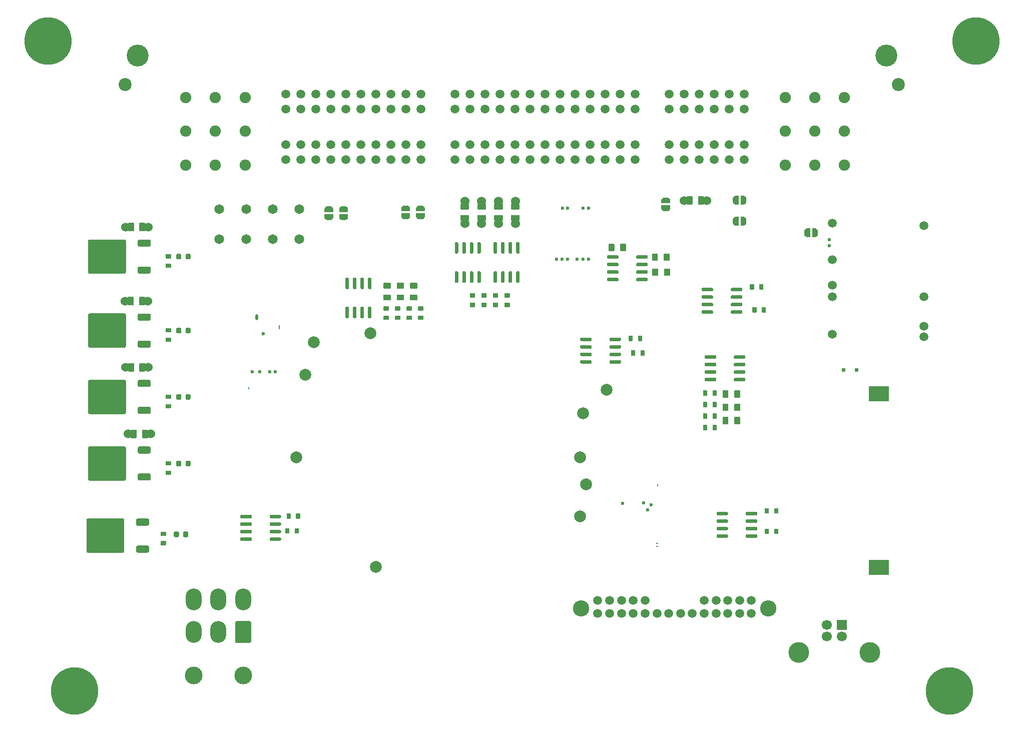
<source format=gts>
G04 #@! TF.GenerationSoftware,KiCad,Pcbnew,8.0.9-8.0.9-0~ubuntu24.04.1*
G04 #@! TF.CreationDate,2025-02-20T18:22:35+00:00*
G04 #@! TF.ProjectId,hellenbms46,68656c6c-656e-4626-9d73-34362e6b6963,rev?*
G04 #@! TF.SameCoordinates,PX4c4b400PY96ae380*
G04 #@! TF.FileFunction,Soldermask,Top*
G04 #@! TF.FilePolarity,Negative*
%FSLAX46Y46*%
G04 Gerber Fmt 4.6, Leading zero omitted, Abs format (unit mm)*
G04 Created by KiCad (PCBNEW 8.0.9-8.0.9-0~ubuntu24.04.1) date 2025-02-20 18:22:35*
%MOMM*%
%LPD*%
G01*
G04 APERTURE LIST*
%ADD10R,3.510000X2.540000*%
%ADD11C,8.000000*%
%ADD12C,1.650000*%
%ADD13C,2.000000*%
%ADD14C,1.524000*%
%ADD15C,2.750000*%
%ADD16C,1.500000*%
%ADD17C,0.600000*%
%ADD18R,1.700000X1.700000*%
%ADD19C,1.700000*%
%ADD20C,3.500000*%
%ADD21C,3.000000*%
%ADD22O,2.700000X3.700000*%
%ADD23O,0.200000X0.700001*%
%ADD24O,0.499999X1.000001*%
%ADD25O,0.250000X0.499999*%
%ADD26C,0.599999*%
%ADD27O,0.499999X0.250000*%
%ADD28C,2.200000*%
%ADD29C,3.700000*%
%ADD30C,1.900000*%
G04 APERTURE END LIST*
D10*
G04 #@! TO.C,BT3001*
X144078800Y54265200D03*
X144078800Y24905200D03*
G04 #@! TD*
G04 #@! TO.C,F4002*
G36*
G01*
X25175500Y64718750D02*
X25175500Y65231250D01*
G75*
G02*
X25394250Y65450000I218750J0D01*
G01*
X25831750Y65450000D01*
G75*
G02*
X26050500Y65231250I0J-218750D01*
G01*
X26050500Y64718750D01*
G75*
G02*
X25831750Y64500000I-218750J0D01*
G01*
X25394250Y64500000D01*
G75*
G02*
X25175500Y64718750I0J218750D01*
G01*
G37*
G36*
G01*
X26750500Y64718750D02*
X26750500Y65231250D01*
G75*
G02*
X26969250Y65450000I218750J0D01*
G01*
X27406750Y65450000D01*
G75*
G02*
X27625500Y65231250I0J-218750D01*
G01*
X27625500Y64718750D01*
G75*
G02*
X27406750Y64500000I-218750J0D01*
G01*
X26969250Y64500000D01*
G75*
G02*
X26750500Y64718750I0J218750D01*
G01*
G37*
G04 #@! TD*
G04 #@! TO.C,U7001*
G36*
G01*
X114050000Y71755000D02*
X114050000Y72055000D01*
G75*
G02*
X114200000Y72205000I150000J0D01*
G01*
X115850000Y72205000D01*
G75*
G02*
X116000000Y72055000I0J-150000D01*
G01*
X116000000Y71755000D01*
G75*
G02*
X115850000Y71605000I-150000J0D01*
G01*
X114200000Y71605000D01*
G75*
G02*
X114050000Y71755000I0J150000D01*
G01*
G37*
G36*
G01*
X114050000Y70485000D02*
X114050000Y70785000D01*
G75*
G02*
X114200000Y70935000I150000J0D01*
G01*
X115850000Y70935000D01*
G75*
G02*
X116000000Y70785000I0J-150000D01*
G01*
X116000000Y70485000D01*
G75*
G02*
X115850000Y70335000I-150000J0D01*
G01*
X114200000Y70335000D01*
G75*
G02*
X114050000Y70485000I0J150000D01*
G01*
G37*
G36*
G01*
X114050000Y69215000D02*
X114050000Y69515000D01*
G75*
G02*
X114200000Y69665000I150000J0D01*
G01*
X115850000Y69665000D01*
G75*
G02*
X116000000Y69515000I0J-150000D01*
G01*
X116000000Y69215000D01*
G75*
G02*
X115850000Y69065000I-150000J0D01*
G01*
X114200000Y69065000D01*
G75*
G02*
X114050000Y69215000I0J150000D01*
G01*
G37*
G36*
G01*
X114050000Y67945000D02*
X114050000Y68245000D01*
G75*
G02*
X114200000Y68395000I150000J0D01*
G01*
X115850000Y68395000D01*
G75*
G02*
X116000000Y68245000I0J-150000D01*
G01*
X116000000Y67945000D01*
G75*
G02*
X115850000Y67795000I-150000J0D01*
G01*
X114200000Y67795000D01*
G75*
G02*
X114050000Y67945000I0J150000D01*
G01*
G37*
G36*
G01*
X119000000Y67945000D02*
X119000000Y68245000D01*
G75*
G02*
X119150000Y68395000I150000J0D01*
G01*
X120800000Y68395000D01*
G75*
G02*
X120950000Y68245000I0J-150000D01*
G01*
X120950000Y67945000D01*
G75*
G02*
X120800000Y67795000I-150000J0D01*
G01*
X119150000Y67795000D01*
G75*
G02*
X119000000Y67945000I0J150000D01*
G01*
G37*
G36*
G01*
X119000000Y69215000D02*
X119000000Y69515000D01*
G75*
G02*
X119150000Y69665000I150000J0D01*
G01*
X120800000Y69665000D01*
G75*
G02*
X120950000Y69515000I0J-150000D01*
G01*
X120950000Y69215000D01*
G75*
G02*
X120800000Y69065000I-150000J0D01*
G01*
X119150000Y69065000D01*
G75*
G02*
X119000000Y69215000I0J150000D01*
G01*
G37*
G36*
G01*
X119000000Y70485000D02*
X119000000Y70785000D01*
G75*
G02*
X119150000Y70935000I150000J0D01*
G01*
X120800000Y70935000D01*
G75*
G02*
X120950000Y70785000I0J-150000D01*
G01*
X120950000Y70485000D01*
G75*
G02*
X120800000Y70335000I-150000J0D01*
G01*
X119150000Y70335000D01*
G75*
G02*
X119000000Y70485000I0J150000D01*
G01*
G37*
G36*
G01*
X119000000Y71755000D02*
X119000000Y72055000D01*
G75*
G02*
X119150000Y72205000I150000J0D01*
G01*
X120800000Y72205000D01*
G75*
G02*
X120950000Y72055000I0J-150000D01*
G01*
X120950000Y71755000D01*
G75*
G02*
X120800000Y71605000I-150000J0D01*
G01*
X119150000Y71605000D01*
G75*
G02*
X119000000Y71755000I0J150000D01*
G01*
G37*
G04 #@! TD*
D11*
G04 #@! TO.C,REF\u002A\u002A*
X3500000Y114000000D03*
G04 #@! TD*
G04 #@! TO.C,JP3001*
G36*
X132748000Y82296000D02*
G01*
X133248000Y82296000D01*
X133248000Y82290911D01*
X133319157Y82290911D01*
X133455708Y82250816D01*
X133575430Y82173875D01*
X133668627Y82066320D01*
X133727746Y81936866D01*
X133748000Y81796000D01*
X133748000Y81296000D01*
X133727746Y81155134D01*
X133668627Y81025680D01*
X133575430Y80918125D01*
X133455708Y80841184D01*
X133319157Y80801089D01*
X133248000Y80801089D01*
X133248000Y80796000D01*
X132748000Y80796000D01*
X132748000Y82296000D01*
G37*
G36*
X131948000Y80801089D02*
G01*
X131876843Y80801089D01*
X131740292Y80841184D01*
X131620570Y80918125D01*
X131527373Y81025680D01*
X131468254Y81155134D01*
X131448000Y81296000D01*
X131448000Y81796000D01*
X131468254Y81936866D01*
X131527373Y82066320D01*
X131620570Y82173875D01*
X131740292Y82250816D01*
X131876843Y82290911D01*
X131948000Y82290911D01*
X131948000Y82296000D01*
X132448000Y82296000D01*
X132448000Y80796000D01*
X131948000Y80796000D01*
X131948000Y80801089D01*
G37*
G04 #@! TD*
G04 #@! TO.C,R7003*
G36*
G01*
X122650000Y68110000D02*
X122650000Y68890000D01*
G75*
G02*
X122720000Y68960000I70000J0D01*
G01*
X123280000Y68960000D01*
G75*
G02*
X123350000Y68890000I0J-70000D01*
G01*
X123350000Y68110000D01*
G75*
G02*
X123280000Y68040000I-70000J0D01*
G01*
X122720000Y68040000D01*
G75*
G02*
X122650000Y68110000I0J70000D01*
G01*
G37*
G36*
G01*
X124250000Y68110000D02*
X124250000Y68890000D01*
G75*
G02*
X124320000Y68960000I70000J0D01*
G01*
X124880000Y68960000D01*
G75*
G02*
X124950000Y68890000I0J-70000D01*
G01*
X124950000Y68110000D01*
G75*
G02*
X124880000Y68040000I-70000J0D01*
G01*
X124320000Y68040000D01*
G75*
G02*
X124250000Y68110000I0J70000D01*
G01*
G37*
G04 #@! TD*
G04 #@! TO.C,U10001*
G36*
G01*
X54245000Y67050000D02*
X53945000Y67050000D01*
G75*
G02*
X53795000Y67200000I0J150000D01*
G01*
X53795000Y68850000D01*
G75*
G02*
X53945000Y69000000I150000J0D01*
G01*
X54245000Y69000000D01*
G75*
G02*
X54395000Y68850000I0J-150000D01*
G01*
X54395000Y67200000D01*
G75*
G02*
X54245000Y67050000I-150000J0D01*
G01*
G37*
G36*
G01*
X55515000Y67050000D02*
X55215000Y67050000D01*
G75*
G02*
X55065000Y67200000I0J150000D01*
G01*
X55065000Y68850000D01*
G75*
G02*
X55215000Y69000000I150000J0D01*
G01*
X55515000Y69000000D01*
G75*
G02*
X55665000Y68850000I0J-150000D01*
G01*
X55665000Y67200000D01*
G75*
G02*
X55515000Y67050000I-150000J0D01*
G01*
G37*
G36*
G01*
X56785000Y67050000D02*
X56485000Y67050000D01*
G75*
G02*
X56335000Y67200000I0J150000D01*
G01*
X56335000Y68850000D01*
G75*
G02*
X56485000Y69000000I150000J0D01*
G01*
X56785000Y69000000D01*
G75*
G02*
X56935000Y68850000I0J-150000D01*
G01*
X56935000Y67200000D01*
G75*
G02*
X56785000Y67050000I-150000J0D01*
G01*
G37*
G36*
G01*
X58055000Y67050000D02*
X57755000Y67050000D01*
G75*
G02*
X57605000Y67200000I0J150000D01*
G01*
X57605000Y68850000D01*
G75*
G02*
X57755000Y69000000I150000J0D01*
G01*
X58055000Y69000000D01*
G75*
G02*
X58205000Y68850000I0J-150000D01*
G01*
X58205000Y67200000D01*
G75*
G02*
X58055000Y67050000I-150000J0D01*
G01*
G37*
G36*
G01*
X58055000Y72000000D02*
X57755000Y72000000D01*
G75*
G02*
X57605000Y72150000I0J150000D01*
G01*
X57605000Y73800000D01*
G75*
G02*
X57755000Y73950000I150000J0D01*
G01*
X58055000Y73950000D01*
G75*
G02*
X58205000Y73800000I0J-150000D01*
G01*
X58205000Y72150000D01*
G75*
G02*
X58055000Y72000000I-150000J0D01*
G01*
G37*
G36*
G01*
X56785000Y72000000D02*
X56485000Y72000000D01*
G75*
G02*
X56335000Y72150000I0J150000D01*
G01*
X56335000Y73800000D01*
G75*
G02*
X56485000Y73950000I150000J0D01*
G01*
X56785000Y73950000D01*
G75*
G02*
X56935000Y73800000I0J-150000D01*
G01*
X56935000Y72150000D01*
G75*
G02*
X56785000Y72000000I-150000J0D01*
G01*
G37*
G36*
G01*
X55515000Y72000000D02*
X55215000Y72000000D01*
G75*
G02*
X55065000Y72150000I0J150000D01*
G01*
X55065000Y73800000D01*
G75*
G02*
X55215000Y73950000I150000J0D01*
G01*
X55515000Y73950000D01*
G75*
G02*
X55665000Y73800000I0J-150000D01*
G01*
X55665000Y72150000D01*
G75*
G02*
X55515000Y72000000I-150000J0D01*
G01*
G37*
G36*
G01*
X54245000Y72000000D02*
X53945000Y72000000D01*
G75*
G02*
X53795000Y72150000I0J150000D01*
G01*
X53795000Y73800000D01*
G75*
G02*
X53945000Y73950000I150000J0D01*
G01*
X54245000Y73950000D01*
G75*
G02*
X54395000Y73800000I0J-150000D01*
G01*
X54395000Y72150000D01*
G75*
G02*
X54245000Y72000000I-150000J0D01*
G01*
G37*
G04 #@! TD*
D12*
G04 #@! TO.C,F2002*
X32500000Y80460000D03*
X32500000Y85540000D03*
G04 #@! TD*
G04 #@! TO.C,R9002*
G36*
G01*
X114300000Y52054359D02*
X114300000Y52834359D01*
G75*
G02*
X114370000Y52904359I70000J0D01*
G01*
X114930000Y52904359D01*
G75*
G02*
X115000000Y52834359I0J-70000D01*
G01*
X115000000Y52054359D01*
G75*
G02*
X114930000Y51984359I-70000J0D01*
G01*
X114370000Y51984359D01*
G75*
G02*
X114300000Y52054359I0J70000D01*
G01*
G37*
G36*
G01*
X115900000Y52054359D02*
X115900000Y52834359D01*
G75*
G02*
X115970000Y52904359I70000J0D01*
G01*
X116530000Y52904359D01*
G75*
G02*
X116600000Y52834359I0J-70000D01*
G01*
X116600000Y52054359D01*
G75*
G02*
X116530000Y51984359I-70000J0D01*
G01*
X115970000Y51984359D01*
G75*
G02*
X115900000Y52054359I0J70000D01*
G01*
G37*
G04 #@! TD*
D13*
G04 #@! TO.C,TP3008*
X48500000Y63000000D03*
G04 #@! TD*
G04 #@! TO.C,F4001*
G36*
G01*
X25175500Y77239750D02*
X25175500Y77752250D01*
G75*
G02*
X25394250Y77971000I218750J0D01*
G01*
X25831750Y77971000D01*
G75*
G02*
X26050500Y77752250I0J-218750D01*
G01*
X26050500Y77239750D01*
G75*
G02*
X25831750Y77021000I-218750J0D01*
G01*
X25394250Y77021000D01*
G75*
G02*
X25175500Y77239750I0J218750D01*
G01*
G37*
G36*
G01*
X26750500Y77239750D02*
X26750500Y77752250D01*
G75*
G02*
X26969250Y77971000I218750J0D01*
G01*
X27406750Y77971000D01*
G75*
G02*
X27625500Y77752250I0J-218750D01*
G01*
X27625500Y77239750D01*
G75*
G02*
X27406750Y77021000I-218750J0D01*
G01*
X26969250Y77021000D01*
G75*
G02*
X26750500Y77239750I0J218750D01*
G01*
G37*
G04 #@! TD*
G04 #@! TO.C,JP2003*
G36*
X120350000Y82750000D02*
G01*
X119850000Y82750000D01*
X119850000Y82755089D01*
X119778843Y82755089D01*
X119642292Y82795184D01*
X119522570Y82872125D01*
X119429373Y82979680D01*
X119370254Y83109134D01*
X119350000Y83250000D01*
X119350000Y83750000D01*
X119370254Y83890866D01*
X119429373Y84020320D01*
X119522570Y84127875D01*
X119642292Y84204816D01*
X119778843Y84244911D01*
X119850000Y84244911D01*
X119850000Y84250000D01*
X120350000Y84250000D01*
X120350000Y82750000D01*
G37*
G36*
X121150000Y84244911D02*
G01*
X121221157Y84244911D01*
X121357708Y84204816D01*
X121477430Y84127875D01*
X121570627Y84020320D01*
X121629746Y83890866D01*
X121650000Y83750000D01*
X121650000Y83250000D01*
X121629746Y83109134D01*
X121570627Y82979680D01*
X121477430Y82872125D01*
X121357708Y82795184D01*
X121221157Y82755089D01*
X121150000Y82755089D01*
X121150000Y82750000D01*
X120650000Y82750000D01*
X120650000Y84250000D01*
X121150000Y84250000D01*
X121150000Y84244911D01*
G37*
G04 #@! TD*
G04 #@! TO.C,U5002*
G36*
G01*
X79325000Y73050000D02*
X79025000Y73050000D01*
G75*
G02*
X78875000Y73200000I0J150000D01*
G01*
X78875000Y74850000D01*
G75*
G02*
X79025000Y75000000I150000J0D01*
G01*
X79325000Y75000000D01*
G75*
G02*
X79475000Y74850000I0J-150000D01*
G01*
X79475000Y73200000D01*
G75*
G02*
X79325000Y73050000I-150000J0D01*
G01*
G37*
G36*
G01*
X80595000Y73050000D02*
X80295000Y73050000D01*
G75*
G02*
X80145000Y73200000I0J150000D01*
G01*
X80145000Y74850000D01*
G75*
G02*
X80295000Y75000000I150000J0D01*
G01*
X80595000Y75000000D01*
G75*
G02*
X80745000Y74850000I0J-150000D01*
G01*
X80745000Y73200000D01*
G75*
G02*
X80595000Y73050000I-150000J0D01*
G01*
G37*
G36*
G01*
X81865000Y73050000D02*
X81565000Y73050000D01*
G75*
G02*
X81415000Y73200000I0J150000D01*
G01*
X81415000Y74850000D01*
G75*
G02*
X81565000Y75000000I150000J0D01*
G01*
X81865000Y75000000D01*
G75*
G02*
X82015000Y74850000I0J-150000D01*
G01*
X82015000Y73200000D01*
G75*
G02*
X81865000Y73050000I-150000J0D01*
G01*
G37*
G36*
G01*
X83135000Y73050000D02*
X82835000Y73050000D01*
G75*
G02*
X82685000Y73200000I0J150000D01*
G01*
X82685000Y74850000D01*
G75*
G02*
X82835000Y75000000I150000J0D01*
G01*
X83135000Y75000000D01*
G75*
G02*
X83285000Y74850000I0J-150000D01*
G01*
X83285000Y73200000D01*
G75*
G02*
X83135000Y73050000I-150000J0D01*
G01*
G37*
G36*
G01*
X83135000Y78000000D02*
X82835000Y78000000D01*
G75*
G02*
X82685000Y78150000I0J150000D01*
G01*
X82685000Y79800000D01*
G75*
G02*
X82835000Y79950000I150000J0D01*
G01*
X83135000Y79950000D01*
G75*
G02*
X83285000Y79800000I0J-150000D01*
G01*
X83285000Y78150000D01*
G75*
G02*
X83135000Y78000000I-150000J0D01*
G01*
G37*
G36*
G01*
X81865000Y78000000D02*
X81565000Y78000000D01*
G75*
G02*
X81415000Y78150000I0J150000D01*
G01*
X81415000Y79800000D01*
G75*
G02*
X81565000Y79950000I150000J0D01*
G01*
X81865000Y79950000D01*
G75*
G02*
X82015000Y79800000I0J-150000D01*
G01*
X82015000Y78150000D01*
G75*
G02*
X81865000Y78000000I-150000J0D01*
G01*
G37*
G36*
G01*
X80595000Y78000000D02*
X80295000Y78000000D01*
G75*
G02*
X80145000Y78150000I0J150000D01*
G01*
X80145000Y79800000D01*
G75*
G02*
X80295000Y79950000I150000J0D01*
G01*
X80595000Y79950000D01*
G75*
G02*
X80745000Y79800000I0J-150000D01*
G01*
X80745000Y78150000D01*
G75*
G02*
X80595000Y78000000I-150000J0D01*
G01*
G37*
G36*
G01*
X79325000Y78000000D02*
X79025000Y78000000D01*
G75*
G02*
X78875000Y78150000I0J150000D01*
G01*
X78875000Y79800000D01*
G75*
G02*
X79025000Y79950000I150000J0D01*
G01*
X79325000Y79950000D01*
G75*
G02*
X79475000Y79800000I0J-150000D01*
G01*
X79475000Y78150000D01*
G75*
G02*
X79325000Y78000000I-150000J0D01*
G01*
G37*
G04 #@! TD*
G04 #@! TO.C,R5001*
G36*
G01*
X77639954Y68973000D02*
X76859954Y68973000D01*
G75*
G02*
X76789954Y69043000I0J70000D01*
G01*
X76789954Y69603000D01*
G75*
G02*
X76859954Y69673000I70000J0D01*
G01*
X77639954Y69673000D01*
G75*
G02*
X77709954Y69603000I0J-70000D01*
G01*
X77709954Y69043000D01*
G75*
G02*
X77639954Y68973000I-70000J0D01*
G01*
G37*
G36*
G01*
X77639954Y70573000D02*
X76859954Y70573000D01*
G75*
G02*
X76789954Y70643000I0J70000D01*
G01*
X76789954Y71203000D01*
G75*
G02*
X76859954Y71273000I70000J0D01*
G01*
X77639954Y71273000D01*
G75*
G02*
X77709954Y71203000I0J-70000D01*
G01*
X77709954Y70643000D01*
G75*
G02*
X77639954Y70573000I-70000J0D01*
G01*
G37*
G04 #@! TD*
G04 #@! TO.C,R9001*
G36*
G01*
X114300000Y54003405D02*
X114300000Y54783405D01*
G75*
G02*
X114370000Y54853405I70000J0D01*
G01*
X114930000Y54853405D01*
G75*
G02*
X115000000Y54783405I0J-70000D01*
G01*
X115000000Y54003405D01*
G75*
G02*
X114930000Y53933405I-70000J0D01*
G01*
X114370000Y53933405D01*
G75*
G02*
X114300000Y54003405I0J70000D01*
G01*
G37*
G36*
G01*
X115900000Y54003405D02*
X115900000Y54783405D01*
G75*
G02*
X115970000Y54853405I70000J0D01*
G01*
X116530000Y54853405D01*
G75*
G02*
X116600000Y54783405I0J-70000D01*
G01*
X116600000Y54003405D01*
G75*
G02*
X116530000Y53933405I-70000J0D01*
G01*
X115970000Y53933405D01*
G75*
G02*
X115900000Y54003405I0J70000D01*
G01*
G37*
G04 #@! TD*
G04 #@! TO.C,R11001*
G36*
G01*
X23390000Y28650000D02*
X22610000Y28650000D01*
G75*
G02*
X22540000Y28720000I0J70000D01*
G01*
X22540000Y29280000D01*
G75*
G02*
X22610000Y29350000I70000J0D01*
G01*
X23390000Y29350000D01*
G75*
G02*
X23460000Y29280000I0J-70000D01*
G01*
X23460000Y28720000D01*
G75*
G02*
X23390000Y28650000I-70000J0D01*
G01*
G37*
G36*
G01*
X23390000Y30250000D02*
X22610000Y30250000D01*
G75*
G02*
X22540000Y30320000I0J70000D01*
G01*
X22540000Y30880000D01*
G75*
G02*
X22610000Y30950000I70000J0D01*
G01*
X23390000Y30950000D01*
G75*
G02*
X23460000Y30880000I0J-70000D01*
G01*
X23460000Y30320000D01*
G75*
G02*
X23390000Y30250000I-70000J0D01*
G01*
G37*
G04 #@! TD*
D14*
G04 #@! TO.C,JP4001*
X16595000Y82500000D03*
G36*
G01*
X17049999Y81875000D02*
X17049999Y83125000D01*
G75*
G02*
X17149999Y83225000I100000J0D01*
G01*
X17949999Y83225000D01*
G75*
G02*
X18049999Y83125000I0J-100000D01*
G01*
X18049999Y81875000D01*
G75*
G02*
X17949999Y81775000I-100000J0D01*
G01*
X17149999Y81775000D01*
G75*
G02*
X17049999Y81875000I0J100000D01*
G01*
G37*
G36*
G01*
X18950021Y81875000D02*
X18950021Y83125000D01*
G75*
G02*
X19050021Y83225000I100000J0D01*
G01*
X19850021Y83225000D01*
G75*
G02*
X19950021Y83125000I0J-100000D01*
G01*
X19950021Y81875000D01*
G75*
G02*
X19850021Y81775000I-100000J0D01*
G01*
X19050021Y81775000D01*
G75*
G02*
X18950021Y81875000I0J100000D01*
G01*
G37*
X20405000Y82500000D03*
G04 #@! TD*
G04 #@! TO.C,U5001*
G36*
G01*
X72745000Y73050000D02*
X72445000Y73050000D01*
G75*
G02*
X72295000Y73200000I0J150000D01*
G01*
X72295000Y74850000D01*
G75*
G02*
X72445000Y75000000I150000J0D01*
G01*
X72745000Y75000000D01*
G75*
G02*
X72895000Y74850000I0J-150000D01*
G01*
X72895000Y73200000D01*
G75*
G02*
X72745000Y73050000I-150000J0D01*
G01*
G37*
G36*
G01*
X74015000Y73050000D02*
X73715000Y73050000D01*
G75*
G02*
X73565000Y73200000I0J150000D01*
G01*
X73565000Y74850000D01*
G75*
G02*
X73715000Y75000000I150000J0D01*
G01*
X74015000Y75000000D01*
G75*
G02*
X74165000Y74850000I0J-150000D01*
G01*
X74165000Y73200000D01*
G75*
G02*
X74015000Y73050000I-150000J0D01*
G01*
G37*
G36*
G01*
X75285000Y73050000D02*
X74985000Y73050000D01*
G75*
G02*
X74835000Y73200000I0J150000D01*
G01*
X74835000Y74850000D01*
G75*
G02*
X74985000Y75000000I150000J0D01*
G01*
X75285000Y75000000D01*
G75*
G02*
X75435000Y74850000I0J-150000D01*
G01*
X75435000Y73200000D01*
G75*
G02*
X75285000Y73050000I-150000J0D01*
G01*
G37*
G36*
G01*
X76555000Y73050000D02*
X76255000Y73050000D01*
G75*
G02*
X76105000Y73200000I0J150000D01*
G01*
X76105000Y74850000D01*
G75*
G02*
X76255000Y75000000I150000J0D01*
G01*
X76555000Y75000000D01*
G75*
G02*
X76705000Y74850000I0J-150000D01*
G01*
X76705000Y73200000D01*
G75*
G02*
X76555000Y73050000I-150000J0D01*
G01*
G37*
G36*
G01*
X76555000Y78000000D02*
X76255000Y78000000D01*
G75*
G02*
X76105000Y78150000I0J150000D01*
G01*
X76105000Y79800000D01*
G75*
G02*
X76255000Y79950000I150000J0D01*
G01*
X76555000Y79950000D01*
G75*
G02*
X76705000Y79800000I0J-150000D01*
G01*
X76705000Y78150000D01*
G75*
G02*
X76555000Y78000000I-150000J0D01*
G01*
G37*
G36*
G01*
X75285000Y78000000D02*
X74985000Y78000000D01*
G75*
G02*
X74835000Y78150000I0J150000D01*
G01*
X74835000Y79800000D01*
G75*
G02*
X74985000Y79950000I150000J0D01*
G01*
X75285000Y79950000D01*
G75*
G02*
X75435000Y79800000I0J-150000D01*
G01*
X75435000Y78150000D01*
G75*
G02*
X75285000Y78000000I-150000J0D01*
G01*
G37*
G36*
G01*
X74015000Y78000000D02*
X73715000Y78000000D01*
G75*
G02*
X73565000Y78150000I0J150000D01*
G01*
X73565000Y79800000D01*
G75*
G02*
X73715000Y79950000I150000J0D01*
G01*
X74015000Y79950000D01*
G75*
G02*
X74165000Y79800000I0J-150000D01*
G01*
X74165000Y78150000D01*
G75*
G02*
X74015000Y78000000I-150000J0D01*
G01*
G37*
G36*
G01*
X72745000Y78000000D02*
X72445000Y78000000D01*
G75*
G02*
X72295000Y78150000I0J150000D01*
G01*
X72295000Y79800000D01*
G75*
G02*
X72445000Y79950000I150000J0D01*
G01*
X72745000Y79950000D01*
G75*
G02*
X72895000Y79800000I0J-150000D01*
G01*
X72895000Y78150000D01*
G75*
G02*
X72745000Y78000000I-150000J0D01*
G01*
G37*
G04 #@! TD*
G04 #@! TO.C,JP4004*
X17045001Y47483000D03*
G36*
G01*
X17500000Y46858000D02*
X17500000Y48108000D01*
G75*
G02*
X17600000Y48208000I100000J0D01*
G01*
X18400000Y48208000D01*
G75*
G02*
X18500000Y48108000I0J-100000D01*
G01*
X18500000Y46858000D01*
G75*
G02*
X18400000Y46758000I-100000J0D01*
G01*
X17600000Y46758000D01*
G75*
G02*
X17500000Y46858000I0J100000D01*
G01*
G37*
G36*
G01*
X19400022Y46858000D02*
X19400022Y48108000D01*
G75*
G02*
X19500022Y48208000I100000J0D01*
G01*
X20300022Y48208000D01*
G75*
G02*
X20400022Y48108000I0J-100000D01*
G01*
X20400022Y46858000D01*
G75*
G02*
X20300022Y46758000I-100000J0D01*
G01*
X19500022Y46758000D01*
G75*
G02*
X19400022Y46858000I0J100000D01*
G01*
G37*
X20855001Y47483000D03*
G04 #@! TD*
G04 #@! TO.C,Q11001*
G36*
G01*
X20600000Y28350000D02*
X20600000Y27650000D01*
G75*
G02*
X20350000Y27400000I-250000J0D01*
G01*
X18650000Y27400000D01*
G75*
G02*
X18400000Y27650000I0J250000D01*
G01*
X18400000Y28350000D01*
G75*
G02*
X18650000Y28600000I250000J0D01*
G01*
X20350000Y28600000D01*
G75*
G02*
X20600000Y28350000I0J-250000D01*
G01*
G37*
G36*
G01*
X16400000Y32930003D02*
X16400000Y27629997D01*
G75*
G02*
X16150003Y27380000I-249997J0D01*
G01*
X10249997Y27380000D01*
G75*
G02*
X10000000Y27629997I0J249997D01*
G01*
X10000000Y32930003D01*
G75*
G02*
X10249997Y33180000I249997J0D01*
G01*
X16150003Y33180000D01*
G75*
G02*
X16400000Y32930003I0J-249997D01*
G01*
G37*
G36*
G01*
X20600000Y32910000D02*
X20600000Y32210000D01*
G75*
G02*
X20350000Y31960000I-250000J0D01*
G01*
X18650000Y31960000D01*
G75*
G02*
X18400000Y32210000I0J250000D01*
G01*
X18400000Y32910000D01*
G75*
G02*
X18650000Y33160000I250000J0D01*
G01*
X20350000Y33160000D01*
G75*
G02*
X20600000Y32910000I0J-250000D01*
G01*
G37*
G04 #@! TD*
G04 #@! TO.C,U8001*
G36*
G01*
X116575000Y33850000D02*
X116575000Y34150000D01*
G75*
G02*
X116725000Y34300000I150000J0D01*
G01*
X118375000Y34300000D01*
G75*
G02*
X118525000Y34150000I0J-150000D01*
G01*
X118525000Y33850000D01*
G75*
G02*
X118375000Y33700000I-150000J0D01*
G01*
X116725000Y33700000D01*
G75*
G02*
X116575000Y33850000I0J150000D01*
G01*
G37*
G36*
G01*
X116575000Y32580000D02*
X116575000Y32880000D01*
G75*
G02*
X116725000Y33030000I150000J0D01*
G01*
X118375000Y33030000D01*
G75*
G02*
X118525000Y32880000I0J-150000D01*
G01*
X118525000Y32580000D01*
G75*
G02*
X118375000Y32430000I-150000J0D01*
G01*
X116725000Y32430000D01*
G75*
G02*
X116575000Y32580000I0J150000D01*
G01*
G37*
G36*
G01*
X116575000Y31310000D02*
X116575000Y31610000D01*
G75*
G02*
X116725000Y31760000I150000J0D01*
G01*
X118375000Y31760000D01*
G75*
G02*
X118525000Y31610000I0J-150000D01*
G01*
X118525000Y31310000D01*
G75*
G02*
X118375000Y31160000I-150000J0D01*
G01*
X116725000Y31160000D01*
G75*
G02*
X116575000Y31310000I0J150000D01*
G01*
G37*
G36*
G01*
X116575000Y30040000D02*
X116575000Y30340000D01*
G75*
G02*
X116725000Y30490000I150000J0D01*
G01*
X118375000Y30490000D01*
G75*
G02*
X118525000Y30340000I0J-150000D01*
G01*
X118525000Y30040000D01*
G75*
G02*
X118375000Y29890000I-150000J0D01*
G01*
X116725000Y29890000D01*
G75*
G02*
X116575000Y30040000I0J150000D01*
G01*
G37*
G36*
G01*
X121525000Y30040000D02*
X121525000Y30340000D01*
G75*
G02*
X121675000Y30490000I150000J0D01*
G01*
X123325000Y30490000D01*
G75*
G02*
X123475000Y30340000I0J-150000D01*
G01*
X123475000Y30040000D01*
G75*
G02*
X123325000Y29890000I-150000J0D01*
G01*
X121675000Y29890000D01*
G75*
G02*
X121525000Y30040000I0J150000D01*
G01*
G37*
G36*
G01*
X121525000Y31310000D02*
X121525000Y31610000D01*
G75*
G02*
X121675000Y31760000I150000J0D01*
G01*
X123325000Y31760000D01*
G75*
G02*
X123475000Y31610000I0J-150000D01*
G01*
X123475000Y31310000D01*
G75*
G02*
X123325000Y31160000I-150000J0D01*
G01*
X121675000Y31160000D01*
G75*
G02*
X121525000Y31310000I0J150000D01*
G01*
G37*
G36*
G01*
X121525000Y32580000D02*
X121525000Y32880000D01*
G75*
G02*
X121675000Y33030000I150000J0D01*
G01*
X123325000Y33030000D01*
G75*
G02*
X123475000Y32880000I0J-150000D01*
G01*
X123475000Y32580000D01*
G75*
G02*
X123325000Y32430000I-150000J0D01*
G01*
X121675000Y32430000D01*
G75*
G02*
X121525000Y32580000I0J150000D01*
G01*
G37*
G36*
G01*
X121525000Y33850000D02*
X121525000Y34150000D01*
G75*
G02*
X121675000Y34300000I150000J0D01*
G01*
X123325000Y34300000D01*
G75*
G02*
X123475000Y34150000I0J-150000D01*
G01*
X123475000Y33850000D01*
G75*
G02*
X123325000Y33700000I-150000J0D01*
G01*
X121675000Y33700000D01*
G75*
G02*
X121525000Y33850000I0J150000D01*
G01*
G37*
G04 #@! TD*
G04 #@! TO.C,C10003*
G36*
G01*
X65875000Y70075000D02*
X64825000Y70075000D01*
G75*
G02*
X64725000Y70175000I0J100000D01*
G01*
X64725000Y70975000D01*
G75*
G02*
X64825000Y71075000I100000J0D01*
G01*
X65875000Y71075000D01*
G75*
G02*
X65975000Y70975000I0J-100000D01*
G01*
X65975000Y70175000D01*
G75*
G02*
X65875000Y70075000I-100000J0D01*
G01*
G37*
G36*
G01*
X65875000Y72075000D02*
X64825000Y72075000D01*
G75*
G02*
X64725000Y72175000I0J100000D01*
G01*
X64725000Y72975000D01*
G75*
G02*
X64825000Y73075000I100000J0D01*
G01*
X65875000Y73075000D01*
G75*
G02*
X65975000Y72975000I0J-100000D01*
G01*
X65975000Y72175000D01*
G75*
G02*
X65875000Y72075000I-100000J0D01*
G01*
G37*
G04 #@! TD*
D11*
G04 #@! TO.C,REF\u002A\u002A*
X8000000Y4000000D03*
G04 #@! TD*
D13*
G04 #@! TO.C,TP3001*
X59000000Y25000000D03*
G04 #@! TD*
G04 #@! TO.C,F11001*
G36*
G01*
X24775000Y30243750D02*
X24775000Y30756250D01*
G75*
G02*
X24993750Y30975000I218750J0D01*
G01*
X25431250Y30975000D01*
G75*
G02*
X25650000Y30756250I0J-218750D01*
G01*
X25650000Y30243750D01*
G75*
G02*
X25431250Y30025000I-218750J0D01*
G01*
X24993750Y30025000D01*
G75*
G02*
X24775000Y30243750I0J218750D01*
G01*
G37*
G36*
G01*
X26350000Y30243750D02*
X26350000Y30756250D01*
G75*
G02*
X26568750Y30975000I218750J0D01*
G01*
X27006250Y30975000D01*
G75*
G02*
X27225000Y30756250I0J-218750D01*
G01*
X27225000Y30243750D01*
G75*
G02*
X27006250Y30025000I-218750J0D01*
G01*
X26568750Y30025000D01*
G75*
G02*
X26350000Y30243750I0J218750D01*
G01*
G37*
G04 #@! TD*
G04 #@! TO.C,C6002*
G36*
G01*
X98304200Y78497400D02*
X98304200Y79547400D01*
G75*
G02*
X98404200Y79647400I100000J0D01*
G01*
X99204200Y79647400D01*
G75*
G02*
X99304200Y79547400I0J-100000D01*
G01*
X99304200Y78497400D01*
G75*
G02*
X99204200Y78397400I-100000J0D01*
G01*
X98404200Y78397400D01*
G75*
G02*
X98304200Y78497400I0J100000D01*
G01*
G37*
G36*
G01*
X100304200Y78497400D02*
X100304200Y79547400D01*
G75*
G02*
X100404200Y79647400I100000J0D01*
G01*
X101204200Y79647400D01*
G75*
G02*
X101304200Y79547400I0J-100000D01*
G01*
X101304200Y78497400D01*
G75*
G02*
X101204200Y78397400I-100000J0D01*
G01*
X100404200Y78397400D01*
G75*
G02*
X100304200Y78497400I0J100000D01*
G01*
G37*
G04 #@! TD*
G04 #@! TO.C,R4004*
G36*
G01*
X24225000Y40567000D02*
X23445000Y40567000D01*
G75*
G02*
X23375000Y40637000I0J70000D01*
G01*
X23375000Y41197000D01*
G75*
G02*
X23445000Y41267000I70000J0D01*
G01*
X24225000Y41267000D01*
G75*
G02*
X24295000Y41197000I0J-70000D01*
G01*
X24295000Y40637000D01*
G75*
G02*
X24225000Y40567000I-70000J0D01*
G01*
G37*
G36*
G01*
X24225000Y42167000D02*
X23445000Y42167000D01*
G75*
G02*
X23375000Y42237000I0J70000D01*
G01*
X23375000Y42797000D01*
G75*
G02*
X23445000Y42867000I70000J0D01*
G01*
X24225000Y42867000D01*
G75*
G02*
X24295000Y42797000I0J-70000D01*
G01*
X24295000Y42237000D01*
G75*
G02*
X24225000Y42167000I-70000J0D01*
G01*
G37*
G04 #@! TD*
D14*
G04 #@! TO.C,JP2002*
X114905000Y87000000D03*
G36*
G01*
X114450001Y87625000D02*
X114450001Y86375000D01*
G75*
G02*
X114350001Y86275000I-100000J0D01*
G01*
X113550001Y86275000D01*
G75*
G02*
X113450001Y86375000I0J100000D01*
G01*
X113450001Y87625000D01*
G75*
G02*
X113550001Y87725000I100000J0D01*
G01*
X114350001Y87725000D01*
G75*
G02*
X114450001Y87625000I0J-100000D01*
G01*
G37*
G36*
G01*
X112549979Y87625000D02*
X112549979Y86375000D01*
G75*
G02*
X112449979Y86275000I-100000J0D01*
G01*
X111649979Y86275000D01*
G75*
G02*
X111549979Y86375000I0J100000D01*
G01*
X111549979Y87625000D01*
G75*
G02*
X111649979Y87725000I100000J0D01*
G01*
X112449979Y87725000D01*
G75*
G02*
X112549979Y87625000I0J-100000D01*
G01*
G37*
X111095000Y87000000D03*
G04 #@! TD*
G04 #@! TO.C,R7004*
G36*
G01*
X102125000Y60785000D02*
X102125000Y61565000D01*
G75*
G02*
X102195000Y61635000I70000J0D01*
G01*
X102755000Y61635000D01*
G75*
G02*
X102825000Y61565000I0J-70000D01*
G01*
X102825000Y60785000D01*
G75*
G02*
X102755000Y60715000I-70000J0D01*
G01*
X102195000Y60715000D01*
G75*
G02*
X102125000Y60785000I0J70000D01*
G01*
G37*
G36*
G01*
X103725000Y60785000D02*
X103725000Y61565000D01*
G75*
G02*
X103795000Y61635000I70000J0D01*
G01*
X104355000Y61635000D01*
G75*
G02*
X104425000Y61565000I0J-70000D01*
G01*
X104425000Y60785000D01*
G75*
G02*
X104355000Y60715000I-70000J0D01*
G01*
X103795000Y60715000D01*
G75*
G02*
X103725000Y60785000I0J70000D01*
G01*
G37*
G04 #@! TD*
G04 #@! TO.C,R8003*
G36*
G01*
X124750000Y30610000D02*
X124750000Y31390000D01*
G75*
G02*
X124820000Y31460000I70000J0D01*
G01*
X125380000Y31460000D01*
G75*
G02*
X125450000Y31390000I0J-70000D01*
G01*
X125450000Y30610000D01*
G75*
G02*
X125380000Y30540000I-70000J0D01*
G01*
X124820000Y30540000D01*
G75*
G02*
X124750000Y30610000I0J70000D01*
G01*
G37*
G36*
G01*
X126350000Y30610000D02*
X126350000Y31390000D01*
G75*
G02*
X126420000Y31460000I70000J0D01*
G01*
X126980000Y31460000D01*
G75*
G02*
X127050000Y31390000I0J-70000D01*
G01*
X127050000Y30610000D01*
G75*
G02*
X126980000Y30540000I-70000J0D01*
G01*
X126420000Y30540000D01*
G75*
G02*
X126350000Y30610000I0J70000D01*
G01*
G37*
G04 #@! TD*
G04 #@! TO.C,R9003*
G36*
G01*
X114300000Y50105313D02*
X114300000Y50885313D01*
G75*
G02*
X114370000Y50955313I70000J0D01*
G01*
X114930000Y50955313D01*
G75*
G02*
X115000000Y50885313I0J-70000D01*
G01*
X115000000Y50105313D01*
G75*
G02*
X114930000Y50035313I-70000J0D01*
G01*
X114370000Y50035313D01*
G75*
G02*
X114300000Y50105313I0J70000D01*
G01*
G37*
G36*
G01*
X115900000Y50105313D02*
X115900000Y50885313D01*
G75*
G02*
X115970000Y50955313I70000J0D01*
G01*
X116530000Y50955313D01*
G75*
G02*
X116600000Y50885313I0J-70000D01*
G01*
X116600000Y50105313D01*
G75*
G02*
X116530000Y50035313I-70000J0D01*
G01*
X115970000Y50035313D01*
G75*
G02*
X115900000Y50105313I0J70000D01*
G01*
G37*
G04 #@! TD*
D15*
G04 #@! TO.C,J2001*
X93650000Y17995200D03*
X125350000Y17995200D03*
D16*
X96500000Y19295200D03*
X98500000Y19295200D03*
X100500000Y19295200D03*
X102500000Y19295200D03*
X104500000Y19295200D03*
X114500000Y19295200D03*
X116500000Y19295200D03*
X118500000Y19295200D03*
X120500000Y19295200D03*
X122500000Y19295200D03*
X96500000Y17095200D03*
X98500000Y17095200D03*
X100500000Y17095200D03*
X102500000Y17095200D03*
X104500000Y17095200D03*
X106500000Y17095200D03*
X108500000Y17095200D03*
X110500000Y17095200D03*
X112500000Y17095200D03*
X114500000Y17095200D03*
X116500000Y17095200D03*
X118500000Y17095200D03*
X120500000Y17095200D03*
X122500000Y17095200D03*
G04 #@! TD*
G04 #@! TO.C,D3001*
G36*
G01*
X137811200Y58630400D02*
X138291200Y58630400D01*
G75*
G02*
X138351200Y58570400I0J-60000D01*
G01*
X138351200Y58090400D01*
G75*
G02*
X138291200Y58030400I-60000J0D01*
G01*
X137811200Y58030400D01*
G75*
G02*
X137751200Y58090400I0J60000D01*
G01*
X137751200Y58570400D01*
G75*
G02*
X137811200Y58630400I60000J0D01*
G01*
G37*
G36*
G01*
X140011200Y58630400D02*
X140491200Y58630400D01*
G75*
G02*
X140551200Y58570400I0J-60000D01*
G01*
X140551200Y58090400D01*
G75*
G02*
X140491200Y58030400I-60000J0D01*
G01*
X140011200Y58030400D01*
G75*
G02*
X139951200Y58090400I0J60000D01*
G01*
X139951200Y58570400D01*
G75*
G02*
X140011200Y58630400I60000J0D01*
G01*
G37*
G04 #@! TD*
G04 #@! TO.C,Q4004*
G36*
G01*
X20872000Y40549000D02*
X20872000Y39849000D01*
G75*
G02*
X20622000Y39599000I-250000J0D01*
G01*
X18922000Y39599000D01*
G75*
G02*
X18672000Y39849000I0J250000D01*
G01*
X18672000Y40549000D01*
G75*
G02*
X18922000Y40799000I250000J0D01*
G01*
X20622000Y40799000D01*
G75*
G02*
X20872000Y40549000I0J-250000D01*
G01*
G37*
G36*
G01*
X16672000Y45129003D02*
X16672000Y39828997D01*
G75*
G02*
X16422003Y39579000I-249997J0D01*
G01*
X10521997Y39579000D01*
G75*
G02*
X10272000Y39828997I0J249997D01*
G01*
X10272000Y45129003D01*
G75*
G02*
X10521997Y45379000I249997J0D01*
G01*
X16422003Y45379000D01*
G75*
G02*
X16672000Y45129003I0J-249997D01*
G01*
G37*
G36*
G01*
X20872000Y45109000D02*
X20872000Y44409000D01*
G75*
G02*
X20622000Y44159000I-250000J0D01*
G01*
X18922000Y44159000D01*
G75*
G02*
X18672000Y44409000I0J250000D01*
G01*
X18672000Y45109000D01*
G75*
G02*
X18922000Y45359000I250000J0D01*
G01*
X20622000Y45359000D01*
G75*
G02*
X20872000Y45109000I0J-250000D01*
G01*
G37*
G04 #@! TD*
G04 #@! TO.C,JP2010*
G36*
X64750000Y84850000D02*
G01*
X64750000Y84350000D01*
X64744911Y84350000D01*
X64744911Y84278843D01*
X64704816Y84142292D01*
X64627875Y84022570D01*
X64520320Y83929373D01*
X64390866Y83870254D01*
X64250000Y83850000D01*
X63750000Y83850000D01*
X63609134Y83870254D01*
X63479680Y83929373D01*
X63372125Y84022570D01*
X63295184Y84142292D01*
X63255089Y84278843D01*
X63255089Y84350000D01*
X63250000Y84350000D01*
X63250000Y84850000D01*
X64750000Y84850000D01*
G37*
G36*
X63255089Y85650000D02*
G01*
X63255089Y85721157D01*
X63295184Y85857708D01*
X63372125Y85977430D01*
X63479680Y86070627D01*
X63609134Y86129746D01*
X63750000Y86150000D01*
X64250000Y86150000D01*
X64390866Y86129746D01*
X64520320Y86070627D01*
X64627875Y85977430D01*
X64704816Y85857708D01*
X64744911Y85721157D01*
X64744911Y85650000D01*
X64750000Y85650000D01*
X64750000Y85150000D01*
X63250000Y85150000D01*
X63250000Y85650000D01*
X63255089Y85650000D01*
G37*
G04 #@! TD*
G04 #@! TO.C,R5003*
G36*
G01*
X75690908Y68973000D02*
X74910908Y68973000D01*
G75*
G02*
X74840908Y69043000I0J70000D01*
G01*
X74840908Y69603000D01*
G75*
G02*
X74910908Y69673000I70000J0D01*
G01*
X75690908Y69673000D01*
G75*
G02*
X75760908Y69603000I0J-70000D01*
G01*
X75760908Y69043000D01*
G75*
G02*
X75690908Y68973000I-70000J0D01*
G01*
G37*
G36*
G01*
X75690908Y70573000D02*
X74910908Y70573000D01*
G75*
G02*
X74840908Y70643000I0J70000D01*
G01*
X74840908Y71203000D01*
G75*
G02*
X74910908Y71273000I70000J0D01*
G01*
X75690908Y71273000D01*
G75*
G02*
X75760908Y71203000I0J-70000D01*
G01*
X75760908Y70643000D01*
G75*
G02*
X75690908Y70573000I-70000J0D01*
G01*
G37*
G04 #@! TD*
D13*
G04 #@! TO.C,TP3003*
X94500000Y39000000D03*
G04 #@! TD*
G04 #@! TO.C,C6003*
G36*
G01*
X105708000Y74331800D02*
X105708000Y75381800D01*
G75*
G02*
X105808000Y75481800I100000J0D01*
G01*
X106608000Y75481800D01*
G75*
G02*
X106708000Y75381800I0J-100000D01*
G01*
X106708000Y74331800D01*
G75*
G02*
X106608000Y74231800I-100000J0D01*
G01*
X105808000Y74231800D01*
G75*
G02*
X105708000Y74331800I0J100000D01*
G01*
G37*
G36*
G01*
X107708000Y74331800D02*
X107708000Y75381800D01*
G75*
G02*
X107808000Y75481800I100000J0D01*
G01*
X108608000Y75481800D01*
G75*
G02*
X108708000Y75381800I0J-100000D01*
G01*
X108708000Y74331800D01*
G75*
G02*
X108608000Y74231800I-100000J0D01*
G01*
X107808000Y74231800D01*
G75*
G02*
X107708000Y74331800I0J100000D01*
G01*
G37*
G04 #@! TD*
G04 #@! TO.C,C10001*
G36*
G01*
X61375000Y70075000D02*
X60325000Y70075000D01*
G75*
G02*
X60225000Y70175000I0J100000D01*
G01*
X60225000Y70975000D01*
G75*
G02*
X60325000Y71075000I100000J0D01*
G01*
X61375000Y71075000D01*
G75*
G02*
X61475000Y70975000I0J-100000D01*
G01*
X61475000Y70175000D01*
G75*
G02*
X61375000Y70075000I-100000J0D01*
G01*
G37*
G36*
G01*
X61375000Y72075000D02*
X60325000Y72075000D01*
G75*
G02*
X60225000Y72175000I0J100000D01*
G01*
X60225000Y72975000D01*
G75*
G02*
X60325000Y73075000I100000J0D01*
G01*
X61375000Y73075000D01*
G75*
G02*
X61475000Y72975000I0J-100000D01*
G01*
X61475000Y72175000D01*
G75*
G02*
X61375000Y72075000I-100000J0D01*
G01*
G37*
G04 #@! TD*
D14*
G04 #@! TO.C,JP4002*
X16545001Y69979000D03*
G36*
G01*
X17000000Y69354000D02*
X17000000Y70604000D01*
G75*
G02*
X17100000Y70704000I100000J0D01*
G01*
X17900000Y70704000D01*
G75*
G02*
X18000000Y70604000I0J-100000D01*
G01*
X18000000Y69354000D01*
G75*
G02*
X17900000Y69254000I-100000J0D01*
G01*
X17100000Y69254000D01*
G75*
G02*
X17000000Y69354000I0J100000D01*
G01*
G37*
G36*
G01*
X18900022Y69354000D02*
X18900022Y70604000D01*
G75*
G02*
X19000022Y70704000I100000J0D01*
G01*
X19800022Y70704000D01*
G75*
G02*
X19900022Y70604000I0J-100000D01*
G01*
X19900022Y69354000D01*
G75*
G02*
X19800022Y69254000I-100000J0D01*
G01*
X19000022Y69254000D01*
G75*
G02*
X18900022Y69354000I0J100000D01*
G01*
G37*
X20355001Y69979000D03*
G04 #@! TD*
D17*
G04 #@! TO.C,M6002*
X94931797Y77030400D03*
X93981797Y77030400D03*
X93031799Y77030400D03*
X94031797Y85730400D03*
X94931797Y85730400D03*
G04 #@! TD*
G04 #@! TO.C,F4003*
G36*
G01*
X25175500Y53498750D02*
X25175500Y54011250D01*
G75*
G02*
X25394250Y54230000I218750J0D01*
G01*
X25831750Y54230000D01*
G75*
G02*
X26050500Y54011250I0J-218750D01*
G01*
X26050500Y53498750D01*
G75*
G02*
X25831750Y53280000I-218750J0D01*
G01*
X25394250Y53280000D01*
G75*
G02*
X25175500Y53498750I0J218750D01*
G01*
G37*
G36*
G01*
X26750500Y53498750D02*
X26750500Y54011250D01*
G75*
G02*
X26969250Y54230000I218750J0D01*
G01*
X27406750Y54230000D01*
G75*
G02*
X27625500Y54011250I0J-218750D01*
G01*
X27625500Y53498750D01*
G75*
G02*
X27406750Y53280000I-218750J0D01*
G01*
X26969250Y53280000D01*
G75*
G02*
X26750500Y53498750I0J218750D01*
G01*
G37*
G04 #@! TD*
G04 #@! TO.C,R10002*
G36*
G01*
X63040641Y66775000D02*
X62260641Y66775000D01*
G75*
G02*
X62190641Y66845000I0J70000D01*
G01*
X62190641Y67405000D01*
G75*
G02*
X62260641Y67475000I70000J0D01*
G01*
X63040641Y67475000D01*
G75*
G02*
X63110641Y67405000I0J-70000D01*
G01*
X63110641Y66845000D01*
G75*
G02*
X63040641Y66775000I-70000J0D01*
G01*
G37*
G36*
G01*
X63040641Y68375000D02*
X62260641Y68375000D01*
G75*
G02*
X62190641Y68445000I0J70000D01*
G01*
X62190641Y69005000D01*
G75*
G02*
X62260641Y69075000I70000J0D01*
G01*
X63040641Y69075000D01*
G75*
G02*
X63110641Y69005000I0J-70000D01*
G01*
X63110641Y68445000D01*
G75*
G02*
X63040641Y68375000I-70000J0D01*
G01*
G37*
G04 #@! TD*
G04 #@! TO.C,R4001*
G36*
G01*
X24225000Y75584000D02*
X23445000Y75584000D01*
G75*
G02*
X23375000Y75654000I0J70000D01*
G01*
X23375000Y76214000D01*
G75*
G02*
X23445000Y76284000I70000J0D01*
G01*
X24225000Y76284000D01*
G75*
G02*
X24295000Y76214000I0J-70000D01*
G01*
X24295000Y75654000D01*
G75*
G02*
X24225000Y75584000I-70000J0D01*
G01*
G37*
G36*
G01*
X24225000Y77184000D02*
X23445000Y77184000D01*
G75*
G02*
X23375000Y77254000I0J70000D01*
G01*
X23375000Y77814000D01*
G75*
G02*
X23445000Y77884000I70000J0D01*
G01*
X24225000Y77884000D01*
G75*
G02*
X24295000Y77814000I0J-70000D01*
G01*
X24295000Y77254000D01*
G75*
G02*
X24225000Y77184000I-70000J0D01*
G01*
G37*
G04 #@! TD*
G04 #@! TO.C,R10004*
G36*
G01*
X66938733Y66775000D02*
X66158733Y66775000D01*
G75*
G02*
X66088733Y66845000I0J70000D01*
G01*
X66088733Y67405000D01*
G75*
G02*
X66158733Y67475000I70000J0D01*
G01*
X66938733Y67475000D01*
G75*
G02*
X67008733Y67405000I0J-70000D01*
G01*
X67008733Y66845000D01*
G75*
G02*
X66938733Y66775000I-70000J0D01*
G01*
G37*
G36*
G01*
X66938733Y68375000D02*
X66158733Y68375000D01*
G75*
G02*
X66088733Y68445000I0J70000D01*
G01*
X66088733Y69005000D01*
G75*
G02*
X66158733Y69075000I70000J0D01*
G01*
X66938733Y69075000D01*
G75*
G02*
X67008733Y69005000I0J-70000D01*
G01*
X67008733Y68445000D01*
G75*
G02*
X66938733Y68375000I-70000J0D01*
G01*
G37*
G04 #@! TD*
G04 #@! TO.C,JP2005*
G36*
X67250000Y84850000D02*
G01*
X67250000Y84350000D01*
X67244911Y84350000D01*
X67244911Y84278843D01*
X67204816Y84142292D01*
X67127875Y84022570D01*
X67020320Y83929373D01*
X66890866Y83870254D01*
X66750000Y83850000D01*
X66250000Y83850000D01*
X66109134Y83870254D01*
X65979680Y83929373D01*
X65872125Y84022570D01*
X65795184Y84142292D01*
X65755089Y84278843D01*
X65755089Y84350000D01*
X65750000Y84350000D01*
X65750000Y84850000D01*
X67250000Y84850000D01*
G37*
G36*
X65755089Y85650000D02*
G01*
X65755089Y85721157D01*
X65795184Y85857708D01*
X65872125Y85977430D01*
X65979680Y86070627D01*
X66109134Y86129746D01*
X66250000Y86150000D01*
X66750000Y86150000D01*
X66890866Y86129746D01*
X67020320Y86070627D01*
X67127875Y85977430D01*
X67204816Y85857708D01*
X67244911Y85721157D01*
X67244911Y85650000D01*
X67250000Y85650000D01*
X67250000Y85150000D01*
X65750000Y85150000D01*
X65750000Y85650000D01*
X65755089Y85650000D01*
G37*
G04 #@! TD*
G04 #@! TO.C,U9001*
G36*
G01*
X114575000Y60350000D02*
X114575000Y60650000D01*
G75*
G02*
X114725000Y60800000I150000J0D01*
G01*
X116375000Y60800000D01*
G75*
G02*
X116525000Y60650000I0J-150000D01*
G01*
X116525000Y60350000D01*
G75*
G02*
X116375000Y60200000I-150000J0D01*
G01*
X114725000Y60200000D01*
G75*
G02*
X114575000Y60350000I0J150000D01*
G01*
G37*
G36*
G01*
X114575000Y59080000D02*
X114575000Y59380000D01*
G75*
G02*
X114725000Y59530000I150000J0D01*
G01*
X116375000Y59530000D01*
G75*
G02*
X116525000Y59380000I0J-150000D01*
G01*
X116525000Y59080000D01*
G75*
G02*
X116375000Y58930000I-150000J0D01*
G01*
X114725000Y58930000D01*
G75*
G02*
X114575000Y59080000I0J150000D01*
G01*
G37*
G36*
G01*
X114575000Y57810000D02*
X114575000Y58110000D01*
G75*
G02*
X114725000Y58260000I150000J0D01*
G01*
X116375000Y58260000D01*
G75*
G02*
X116525000Y58110000I0J-150000D01*
G01*
X116525000Y57810000D01*
G75*
G02*
X116375000Y57660000I-150000J0D01*
G01*
X114725000Y57660000D01*
G75*
G02*
X114575000Y57810000I0J150000D01*
G01*
G37*
G36*
G01*
X114575000Y56540000D02*
X114575000Y56840000D01*
G75*
G02*
X114725000Y56990000I150000J0D01*
G01*
X116375000Y56990000D01*
G75*
G02*
X116525000Y56840000I0J-150000D01*
G01*
X116525000Y56540000D01*
G75*
G02*
X116375000Y56390000I-150000J0D01*
G01*
X114725000Y56390000D01*
G75*
G02*
X114575000Y56540000I0J150000D01*
G01*
G37*
G36*
G01*
X119525000Y56540000D02*
X119525000Y56840000D01*
G75*
G02*
X119675000Y56990000I150000J0D01*
G01*
X121325000Y56990000D01*
G75*
G02*
X121475000Y56840000I0J-150000D01*
G01*
X121475000Y56540000D01*
G75*
G02*
X121325000Y56390000I-150000J0D01*
G01*
X119675000Y56390000D01*
G75*
G02*
X119525000Y56540000I0J150000D01*
G01*
G37*
G36*
G01*
X119525000Y57810000D02*
X119525000Y58110000D01*
G75*
G02*
X119675000Y58260000I150000J0D01*
G01*
X121325000Y58260000D01*
G75*
G02*
X121475000Y58110000I0J-150000D01*
G01*
X121475000Y57810000D01*
G75*
G02*
X121325000Y57660000I-150000J0D01*
G01*
X119675000Y57660000D01*
G75*
G02*
X119525000Y57810000I0J150000D01*
G01*
G37*
G36*
G01*
X119525000Y59080000D02*
X119525000Y59380000D01*
G75*
G02*
X119675000Y59530000I150000J0D01*
G01*
X121325000Y59530000D01*
G75*
G02*
X121475000Y59380000I0J-150000D01*
G01*
X121475000Y59080000D01*
G75*
G02*
X121325000Y58930000I-150000J0D01*
G01*
X119675000Y58930000D01*
G75*
G02*
X119525000Y59080000I0J150000D01*
G01*
G37*
G36*
G01*
X119525000Y60350000D02*
X119525000Y60650000D01*
G75*
G02*
X119675000Y60800000I150000J0D01*
G01*
X121325000Y60800000D01*
G75*
G02*
X121475000Y60650000I0J-150000D01*
G01*
X121475000Y60350000D01*
G75*
G02*
X121325000Y60200000I-150000J0D01*
G01*
X119675000Y60200000D01*
G75*
G02*
X119525000Y60350000I0J150000D01*
G01*
G37*
G04 #@! TD*
G04 #@! TO.C,R9004*
G36*
G01*
X114300000Y48156267D02*
X114300000Y48936267D01*
G75*
G02*
X114370000Y49006267I70000J0D01*
G01*
X114930000Y49006267D01*
G75*
G02*
X115000000Y48936267I0J-70000D01*
G01*
X115000000Y48156267D01*
G75*
G02*
X114930000Y48086267I-70000J0D01*
G01*
X114370000Y48086267D01*
G75*
G02*
X114300000Y48156267I0J70000D01*
G01*
G37*
G36*
G01*
X115900000Y48156267D02*
X115900000Y48936267D01*
G75*
G02*
X115970000Y49006267I70000J0D01*
G01*
X116530000Y49006267D01*
G75*
G02*
X116600000Y48936267I0J-70000D01*
G01*
X116600000Y48156267D01*
G75*
G02*
X116530000Y48086267I-70000J0D01*
G01*
X115970000Y48086267D01*
G75*
G02*
X115900000Y48156267I0J70000D01*
G01*
G37*
G04 #@! TD*
D12*
G04 #@! TO.C,F2003*
X41500000Y80460000D03*
X41500000Y85540000D03*
G04 #@! TD*
G04 #@! TO.C,R8001*
G36*
G01*
X124750000Y34083405D02*
X124750000Y34863405D01*
G75*
G02*
X124820000Y34933405I70000J0D01*
G01*
X125380000Y34933405D01*
G75*
G02*
X125450000Y34863405I0J-70000D01*
G01*
X125450000Y34083405D01*
G75*
G02*
X125380000Y34013405I-70000J0D01*
G01*
X124820000Y34013405D01*
G75*
G02*
X124750000Y34083405I0J70000D01*
G01*
G37*
G36*
G01*
X126350000Y34083405D02*
X126350000Y34863405D01*
G75*
G02*
X126420000Y34933405I70000J0D01*
G01*
X126980000Y34933405D01*
G75*
G02*
X127050000Y34863405I0J-70000D01*
G01*
X127050000Y34083405D01*
G75*
G02*
X126980000Y34013405I-70000J0D01*
G01*
X126420000Y34013405D01*
G75*
G02*
X126350000Y34083405I0J70000D01*
G01*
G37*
G04 #@! TD*
G04 #@! TO.C,JP2012*
G36*
X51750000Y84700000D02*
G01*
X51750000Y84200000D01*
X51744911Y84200000D01*
X51744911Y84128843D01*
X51704816Y83992292D01*
X51627875Y83872570D01*
X51520320Y83779373D01*
X51390866Y83720254D01*
X51250000Y83700000D01*
X50750000Y83700000D01*
X50609134Y83720254D01*
X50479680Y83779373D01*
X50372125Y83872570D01*
X50295184Y83992292D01*
X50255089Y84128843D01*
X50255089Y84200000D01*
X50250000Y84200000D01*
X50250000Y84700000D01*
X51750000Y84700000D01*
G37*
G36*
X50255089Y85500000D02*
G01*
X50255089Y85571157D01*
X50295184Y85707708D01*
X50372125Y85827430D01*
X50479680Y85920627D01*
X50609134Y85979746D01*
X50750000Y86000000D01*
X51250000Y86000000D01*
X51390866Y85979746D01*
X51520320Y85920627D01*
X51627875Y85827430D01*
X51704816Y85707708D01*
X51744911Y85571157D01*
X51744911Y85500000D01*
X51750000Y85500000D01*
X51750000Y85000000D01*
X50250000Y85000000D01*
X50250000Y85500000D01*
X50255089Y85500000D01*
G37*
G04 #@! TD*
D14*
G04 #@! TO.C,JP2008*
X76850782Y83095000D03*
G36*
G01*
X77475782Y83549999D02*
X76225782Y83549999D01*
G75*
G02*
X76125782Y83649999I0J100000D01*
G01*
X76125782Y84449999D01*
G75*
G02*
X76225782Y84549999I100000J0D01*
G01*
X77475782Y84549999D01*
G75*
G02*
X77575782Y84449999I0J-100000D01*
G01*
X77575782Y83649999D01*
G75*
G02*
X77475782Y83549999I-100000J0D01*
G01*
G37*
G36*
G01*
X77475782Y85450021D02*
X76225782Y85450021D01*
G75*
G02*
X76125782Y85550021I0J100000D01*
G01*
X76125782Y86350021D01*
G75*
G02*
X76225782Y86450021I100000J0D01*
G01*
X77475782Y86450021D01*
G75*
G02*
X77575782Y86350021I0J-100000D01*
G01*
X77575782Y85550021D01*
G75*
G02*
X77475782Y85450021I-100000J0D01*
G01*
G37*
X76850782Y86905000D03*
G04 #@! TD*
G04 #@! TO.C,JP2001*
G36*
X108750000Y86200000D02*
G01*
X108750000Y85700000D01*
X108744911Y85700000D01*
X108744911Y85628843D01*
X108704816Y85492292D01*
X108627875Y85372570D01*
X108520320Y85279373D01*
X108390866Y85220254D01*
X108250000Y85200000D01*
X107750000Y85200000D01*
X107609134Y85220254D01*
X107479680Y85279373D01*
X107372125Y85372570D01*
X107295184Y85492292D01*
X107255089Y85628843D01*
X107255089Y85700000D01*
X107250000Y85700000D01*
X107250000Y86200000D01*
X108750000Y86200000D01*
G37*
G36*
X107255089Y87000000D02*
G01*
X107255089Y87071157D01*
X107295184Y87207708D01*
X107372125Y87327430D01*
X107479680Y87420627D01*
X107609134Y87479746D01*
X107750000Y87500000D01*
X108250000Y87500000D01*
X108390866Y87479746D01*
X108520320Y87420627D01*
X108627875Y87327430D01*
X108704816Y87207708D01*
X108744911Y87071157D01*
X108744911Y87000000D01*
X108750000Y87000000D01*
X108750000Y86500000D01*
X107250000Y86500000D01*
X107250000Y87000000D01*
X107255089Y87000000D01*
G37*
G04 #@! TD*
G04 #@! TO.C,F4004*
G36*
G01*
X25175500Y42222750D02*
X25175500Y42735250D01*
G75*
G02*
X25394250Y42954000I218750J0D01*
G01*
X25831750Y42954000D01*
G75*
G02*
X26050500Y42735250I0J-218750D01*
G01*
X26050500Y42222750D01*
G75*
G02*
X25831750Y42004000I-218750J0D01*
G01*
X25394250Y42004000D01*
G75*
G02*
X25175500Y42222750I0J218750D01*
G01*
G37*
G36*
G01*
X26750500Y42222750D02*
X26750500Y42735250D01*
G75*
G02*
X26969250Y42954000I218750J0D01*
G01*
X27406750Y42954000D01*
G75*
G02*
X27625500Y42735250I0J-218750D01*
G01*
X27625500Y42222750D01*
G75*
G02*
X27406750Y42004000I-218750J0D01*
G01*
X26969250Y42004000D01*
G75*
G02*
X26750500Y42222750I0J218750D01*
G01*
G37*
G04 #@! TD*
G04 #@! TO.C,R8002*
G36*
G01*
X43650000Y30690000D02*
X43650000Y31470000D01*
G75*
G02*
X43720000Y31540000I70000J0D01*
G01*
X44280000Y31540000D01*
G75*
G02*
X44350000Y31470000I0J-70000D01*
G01*
X44350000Y30690000D01*
G75*
G02*
X44280000Y30620000I-70000J0D01*
G01*
X43720000Y30620000D01*
G75*
G02*
X43650000Y30690000I0J70000D01*
G01*
G37*
G36*
G01*
X45250000Y30690000D02*
X45250000Y31470000D01*
G75*
G02*
X45320000Y31540000I70000J0D01*
G01*
X45880000Y31540000D01*
G75*
G02*
X45950000Y31470000I0J-70000D01*
G01*
X45950000Y30690000D01*
G75*
G02*
X45880000Y30620000I-70000J0D01*
G01*
X45320000Y30620000D01*
G75*
G02*
X45250000Y30690000I0J70000D01*
G01*
G37*
G04 #@! TD*
D13*
G04 #@! TO.C,TP3009*
X47000000Y57500000D03*
G04 #@! TD*
G04 #@! TO.C,R7002*
G36*
G01*
X101700000Y63285000D02*
X101700000Y64065000D01*
G75*
G02*
X101770000Y64135000I70000J0D01*
G01*
X102330000Y64135000D01*
G75*
G02*
X102400000Y64065000I0J-70000D01*
G01*
X102400000Y63285000D01*
G75*
G02*
X102330000Y63215000I-70000J0D01*
G01*
X101770000Y63215000D01*
G75*
G02*
X101700000Y63285000I0J70000D01*
G01*
G37*
G36*
G01*
X103300000Y63285000D02*
X103300000Y64065000D01*
G75*
G02*
X103370000Y64135000I70000J0D01*
G01*
X103930000Y64135000D01*
G75*
G02*
X104000000Y64065000I0J-70000D01*
G01*
X104000000Y63285000D01*
G75*
G02*
X103930000Y63215000I-70000J0D01*
G01*
X103370000Y63215000D01*
G75*
G02*
X103300000Y63285000I0J70000D01*
G01*
G37*
G04 #@! TD*
G04 #@! TO.C,Q4002*
G36*
G01*
X20872000Y63045000D02*
X20872000Y62345000D01*
G75*
G02*
X20622000Y62095000I-250000J0D01*
G01*
X18922000Y62095000D01*
G75*
G02*
X18672000Y62345000I0J250000D01*
G01*
X18672000Y63045000D01*
G75*
G02*
X18922000Y63295000I250000J0D01*
G01*
X20622000Y63295000D01*
G75*
G02*
X20872000Y63045000I0J-250000D01*
G01*
G37*
G36*
G01*
X16672000Y67625003D02*
X16672000Y62324997D01*
G75*
G02*
X16422003Y62075000I-249997J0D01*
G01*
X10521997Y62075000D01*
G75*
G02*
X10272000Y62324997I0J249997D01*
G01*
X10272000Y67625003D01*
G75*
G02*
X10521997Y67875000I249997J0D01*
G01*
X16422003Y67875000D01*
G75*
G02*
X16672000Y67625003I0J-249997D01*
G01*
G37*
G36*
G01*
X20872000Y67605000D02*
X20872000Y66905000D01*
G75*
G02*
X20622000Y66655000I-250000J0D01*
G01*
X18922000Y66655000D01*
G75*
G02*
X18672000Y66905000I0J250000D01*
G01*
X18672000Y67605000D01*
G75*
G02*
X18922000Y67855000I250000J0D01*
G01*
X20622000Y67855000D01*
G75*
G02*
X20872000Y67605000I0J-250000D01*
G01*
G37*
G04 #@! TD*
G04 #@! TO.C,JP2011*
G36*
X54250000Y84700000D02*
G01*
X54250000Y84200000D01*
X54244911Y84200000D01*
X54244911Y84128843D01*
X54204816Y83992292D01*
X54127875Y83872570D01*
X54020320Y83779373D01*
X53890866Y83720254D01*
X53750000Y83700000D01*
X53250000Y83700000D01*
X53109134Y83720254D01*
X52979680Y83779373D01*
X52872125Y83872570D01*
X52795184Y83992292D01*
X52755089Y84128843D01*
X52755089Y84200000D01*
X52750000Y84200000D01*
X52750000Y84700000D01*
X54250000Y84700000D01*
G37*
G36*
X52755089Y85500000D02*
G01*
X52755089Y85571157D01*
X52795184Y85707708D01*
X52872125Y85827430D01*
X52979680Y85920627D01*
X53109134Y85979746D01*
X53250000Y86000000D01*
X53750000Y86000000D01*
X53890866Y85979746D01*
X54020320Y85920627D01*
X54127875Y85827430D01*
X54204816Y85707708D01*
X54244911Y85571157D01*
X54244911Y85500000D01*
X54250000Y85500000D01*
X54250000Y85000000D01*
X52750000Y85000000D01*
X52750000Y85500000D01*
X52755089Y85500000D01*
G37*
G04 #@! TD*
D16*
G04 #@! TO.C,M3001*
X136153005Y64347001D03*
X136153005Y70746998D03*
X136153005Y72647001D03*
X136153005Y76947001D03*
D17*
X135703006Y79346998D03*
X135703006Y80346999D03*
D16*
X136153005Y83197001D03*
X151653002Y63896999D03*
X151653002Y65746998D03*
X151653002Y70697001D03*
X151653002Y82746999D03*
G04 #@! TD*
D18*
G04 #@! TO.C,J3001*
X137750000Y15186800D03*
D19*
X135250000Y15186800D03*
X135250000Y13186800D03*
X137750000Y13186800D03*
D20*
X142520000Y10476800D03*
X130480000Y10476800D03*
G04 #@! TD*
D14*
G04 #@! TO.C,JP2009*
X74000000Y83095000D03*
G36*
G01*
X74625000Y83549999D02*
X73375000Y83549999D01*
G75*
G02*
X73275000Y83649999I0J100000D01*
G01*
X73275000Y84449999D01*
G75*
G02*
X73375000Y84549999I100000J0D01*
G01*
X74625000Y84549999D01*
G75*
G02*
X74725000Y84449999I0J-100000D01*
G01*
X74725000Y83649999D01*
G75*
G02*
X74625000Y83549999I-100000J0D01*
G01*
G37*
G36*
G01*
X74625000Y85450021D02*
X73375000Y85450021D01*
G75*
G02*
X73275000Y85550021I0J100000D01*
G01*
X73275000Y86350021D01*
G75*
G02*
X73375000Y86450021I100000J0D01*
G01*
X74625000Y86450021D01*
G75*
G02*
X74725000Y86350021I0J-100000D01*
G01*
X74725000Y85550021D01*
G75*
G02*
X74625000Y85450021I-100000J0D01*
G01*
G37*
X74000000Y86905000D03*
G04 #@! TD*
G04 #@! TO.C,R4002*
G36*
G01*
X24225000Y63063000D02*
X23445000Y63063000D01*
G75*
G02*
X23375000Y63133000I0J70000D01*
G01*
X23375000Y63693000D01*
G75*
G02*
X23445000Y63763000I70000J0D01*
G01*
X24225000Y63763000D01*
G75*
G02*
X24295000Y63693000I0J-70000D01*
G01*
X24295000Y63133000D01*
G75*
G02*
X24225000Y63063000I-70000J0D01*
G01*
G37*
G36*
G01*
X24225000Y64663000D02*
X23445000Y64663000D01*
G75*
G02*
X23375000Y64733000I0J70000D01*
G01*
X23375000Y65293000D01*
G75*
G02*
X23445000Y65363000I70000J0D01*
G01*
X24225000Y65363000D01*
G75*
G02*
X24295000Y65293000I0J-70000D01*
G01*
X24295000Y64733000D01*
G75*
G02*
X24225000Y64663000I-70000J0D01*
G01*
G37*
G04 #@! TD*
G04 #@! TO.C,U7002*
G36*
G01*
X93525000Y63350000D02*
X93525000Y63650000D01*
G75*
G02*
X93675000Y63800000I150000J0D01*
G01*
X95325000Y63800000D01*
G75*
G02*
X95475000Y63650000I0J-150000D01*
G01*
X95475000Y63350000D01*
G75*
G02*
X95325000Y63200000I-150000J0D01*
G01*
X93675000Y63200000D01*
G75*
G02*
X93525000Y63350000I0J150000D01*
G01*
G37*
G36*
G01*
X93525000Y62080000D02*
X93525000Y62380000D01*
G75*
G02*
X93675000Y62530000I150000J0D01*
G01*
X95325000Y62530000D01*
G75*
G02*
X95475000Y62380000I0J-150000D01*
G01*
X95475000Y62080000D01*
G75*
G02*
X95325000Y61930000I-150000J0D01*
G01*
X93675000Y61930000D01*
G75*
G02*
X93525000Y62080000I0J150000D01*
G01*
G37*
G36*
G01*
X93525000Y60810000D02*
X93525000Y61110000D01*
G75*
G02*
X93675000Y61260000I150000J0D01*
G01*
X95325000Y61260000D01*
G75*
G02*
X95475000Y61110000I0J-150000D01*
G01*
X95475000Y60810000D01*
G75*
G02*
X95325000Y60660000I-150000J0D01*
G01*
X93675000Y60660000D01*
G75*
G02*
X93525000Y60810000I0J150000D01*
G01*
G37*
G36*
G01*
X93525000Y59540000D02*
X93525000Y59840000D01*
G75*
G02*
X93675000Y59990000I150000J0D01*
G01*
X95325000Y59990000D01*
G75*
G02*
X95475000Y59840000I0J-150000D01*
G01*
X95475000Y59540000D01*
G75*
G02*
X95325000Y59390000I-150000J0D01*
G01*
X93675000Y59390000D01*
G75*
G02*
X93525000Y59540000I0J150000D01*
G01*
G37*
G36*
G01*
X98475000Y59540000D02*
X98475000Y59840000D01*
G75*
G02*
X98625000Y59990000I150000J0D01*
G01*
X100275000Y59990000D01*
G75*
G02*
X100425000Y59840000I0J-150000D01*
G01*
X100425000Y59540000D01*
G75*
G02*
X100275000Y59390000I-150000J0D01*
G01*
X98625000Y59390000D01*
G75*
G02*
X98475000Y59540000I0J150000D01*
G01*
G37*
G36*
G01*
X98475000Y60810000D02*
X98475000Y61110000D01*
G75*
G02*
X98625000Y61260000I150000J0D01*
G01*
X100275000Y61260000D01*
G75*
G02*
X100425000Y61110000I0J-150000D01*
G01*
X100425000Y60810000D01*
G75*
G02*
X100275000Y60660000I-150000J0D01*
G01*
X98625000Y60660000D01*
G75*
G02*
X98475000Y60810000I0J150000D01*
G01*
G37*
G36*
G01*
X98475000Y62080000D02*
X98475000Y62380000D01*
G75*
G02*
X98625000Y62530000I150000J0D01*
G01*
X100275000Y62530000D01*
G75*
G02*
X100425000Y62380000I0J-150000D01*
G01*
X100425000Y62080000D01*
G75*
G02*
X100275000Y61930000I-150000J0D01*
G01*
X98625000Y61930000D01*
G75*
G02*
X98475000Y62080000I0J150000D01*
G01*
G37*
G36*
G01*
X98475000Y63350000D02*
X98475000Y63650000D01*
G75*
G02*
X98625000Y63800000I150000J0D01*
G01*
X100275000Y63800000D01*
G75*
G02*
X100425000Y63650000I0J-150000D01*
G01*
X100425000Y63350000D01*
G75*
G02*
X100275000Y63200000I-150000J0D01*
G01*
X98625000Y63200000D01*
G75*
G02*
X98475000Y63350000I0J150000D01*
G01*
G37*
G04 #@! TD*
G04 #@! TO.C,JP2004*
G36*
X120350000Y86300000D02*
G01*
X119850000Y86300000D01*
X119850000Y86305089D01*
X119778843Y86305089D01*
X119642292Y86345184D01*
X119522570Y86422125D01*
X119429373Y86529680D01*
X119370254Y86659134D01*
X119350000Y86800000D01*
X119350000Y87300000D01*
X119370254Y87440866D01*
X119429373Y87570320D01*
X119522570Y87677875D01*
X119642292Y87754816D01*
X119778843Y87794911D01*
X119850000Y87794911D01*
X119850000Y87800000D01*
X120350000Y87800000D01*
X120350000Y86300000D01*
G37*
G36*
X121150000Y87794911D02*
G01*
X121221157Y87794911D01*
X121357708Y87754816D01*
X121477430Y87677875D01*
X121570627Y87570320D01*
X121629746Y87440866D01*
X121650000Y87300000D01*
X121650000Y86800000D01*
X121629746Y86659134D01*
X121570627Y86529680D01*
X121477430Y86422125D01*
X121357708Y86345184D01*
X121221157Y86305089D01*
X121150000Y86305089D01*
X121150000Y86300000D01*
X120650000Y86300000D01*
X120650000Y87800000D01*
X121150000Y87800000D01*
X121150000Y87794911D01*
G37*
G04 #@! TD*
D17*
G04 #@! TO.C,M6001*
X91400000Y77025000D03*
X90450000Y77025000D03*
X89500002Y77025000D03*
X90500000Y85725000D03*
X91400000Y85725000D03*
G04 #@! TD*
G04 #@! TO.C,Q4003*
G36*
G01*
X20872000Y51825000D02*
X20872000Y51125000D01*
G75*
G02*
X20622000Y50875000I-250000J0D01*
G01*
X18922000Y50875000D01*
G75*
G02*
X18672000Y51125000I0J250000D01*
G01*
X18672000Y51825000D01*
G75*
G02*
X18922000Y52075000I250000J0D01*
G01*
X20622000Y52075000D01*
G75*
G02*
X20872000Y51825000I0J-250000D01*
G01*
G37*
G36*
G01*
X16672000Y56405003D02*
X16672000Y51104997D01*
G75*
G02*
X16422003Y50855000I-249997J0D01*
G01*
X10521997Y50855000D01*
G75*
G02*
X10272000Y51104997I0J249997D01*
G01*
X10272000Y56405003D01*
G75*
G02*
X10521997Y56655000I249997J0D01*
G01*
X16422003Y56655000D01*
G75*
G02*
X16672000Y56405003I0J-249997D01*
G01*
G37*
G36*
G01*
X20872000Y56385000D02*
X20872000Y55685000D01*
G75*
G02*
X20622000Y55435000I-250000J0D01*
G01*
X18922000Y55435000D01*
G75*
G02*
X18672000Y55685000I0J250000D01*
G01*
X18672000Y56385000D01*
G75*
G02*
X18922000Y56635000I250000J0D01*
G01*
X20622000Y56635000D01*
G75*
G02*
X20872000Y56385000I0J-250000D01*
G01*
G37*
G04 #@! TD*
D12*
G04 #@! TO.C,F2001*
X46000000Y80460000D03*
X46000000Y85540000D03*
G04 #@! TD*
D11*
G04 #@! TO.C,REF\u002A\u002A*
X156000000Y4000000D03*
G04 #@! TD*
D14*
G04 #@! TO.C,JP2007*
X79701564Y83095000D03*
G36*
G01*
X80326564Y83549999D02*
X79076564Y83549999D01*
G75*
G02*
X78976564Y83649999I0J100000D01*
G01*
X78976564Y84449999D01*
G75*
G02*
X79076564Y84549999I100000J0D01*
G01*
X80326564Y84549999D01*
G75*
G02*
X80426564Y84449999I0J-100000D01*
G01*
X80426564Y83649999D01*
G75*
G02*
X80326564Y83549999I-100000J0D01*
G01*
G37*
G36*
G01*
X80326564Y85450021D02*
X79076564Y85450021D01*
G75*
G02*
X78976564Y85550021I0J100000D01*
G01*
X78976564Y86350021D01*
G75*
G02*
X79076564Y86450021I100000J0D01*
G01*
X80326564Y86450021D01*
G75*
G02*
X80426564Y86350021I0J-100000D01*
G01*
X80426564Y85550021D01*
G75*
G02*
X80326564Y85450021I-100000J0D01*
G01*
G37*
X79701564Y86905000D03*
G04 #@! TD*
D21*
G04 #@! TO.C,J2002*
X36500000Y6655000D03*
X28100000Y6655000D03*
G36*
G01*
X37850000Y15554999D02*
X37850000Y12355001D01*
G75*
G02*
X37599999Y12105000I-250001J0D01*
G01*
X35400001Y12105000D01*
G75*
G02*
X35150000Y12355001I0J250001D01*
G01*
X35150000Y15554999D01*
G75*
G02*
X35400001Y15805000I250001J0D01*
G01*
X37599999Y15805000D01*
G75*
G02*
X37850000Y15554999I0J-250001D01*
G01*
G37*
D22*
X32300000Y13955000D03*
X28100000Y13955000D03*
X36500000Y19455000D03*
X32300000Y19455000D03*
X28100000Y19455000D03*
G04 #@! TD*
D13*
G04 #@! TO.C,TP3007*
X58000000Y64500000D03*
G04 #@! TD*
G04 #@! TO.C,TP3006*
X93500000Y33500000D03*
G04 #@! TD*
G04 #@! TO.C,TP3002*
X93500000Y43500000D03*
G04 #@! TD*
G04 #@! TO.C,TP3010*
X45500000Y43500000D03*
G04 #@! TD*
D12*
G04 #@! TO.C,F2004*
X37000000Y80460000D03*
X37000000Y85540000D03*
G04 #@! TD*
G04 #@! TO.C,R10003*
G36*
G01*
X64989687Y66775000D02*
X64209687Y66775000D01*
G75*
G02*
X64139687Y66845000I0J70000D01*
G01*
X64139687Y67405000D01*
G75*
G02*
X64209687Y67475000I70000J0D01*
G01*
X64989687Y67475000D01*
G75*
G02*
X65059687Y67405000I0J-70000D01*
G01*
X65059687Y66845000D01*
G75*
G02*
X64989687Y66775000I-70000J0D01*
G01*
G37*
G36*
G01*
X64989687Y68375000D02*
X64209687Y68375000D01*
G75*
G02*
X64139687Y68445000I0J70000D01*
G01*
X64139687Y69005000D01*
G75*
G02*
X64209687Y69075000I70000J0D01*
G01*
X64989687Y69075000D01*
G75*
G02*
X65059687Y69005000I0J-70000D01*
G01*
X65059687Y68445000D01*
G75*
G02*
X64989687Y68375000I-70000J0D01*
G01*
G37*
G04 #@! TD*
G04 #@! TO.C,C6001*
G36*
G01*
X105657200Y76871800D02*
X105657200Y77921800D01*
G75*
G02*
X105757200Y78021800I100000J0D01*
G01*
X106557200Y78021800D01*
G75*
G02*
X106657200Y77921800I0J-100000D01*
G01*
X106657200Y76871800D01*
G75*
G02*
X106557200Y76771800I-100000J0D01*
G01*
X105757200Y76771800D01*
G75*
G02*
X105657200Y76871800I0J100000D01*
G01*
G37*
G36*
G01*
X107657200Y76871800D02*
X107657200Y77921800D01*
G75*
G02*
X107757200Y78021800I100000J0D01*
G01*
X108557200Y78021800D01*
G75*
G02*
X108657200Y77921800I0J-100000D01*
G01*
X108657200Y76871800D01*
G75*
G02*
X108557200Y76771800I-100000J0D01*
G01*
X107757200Y76771800D01*
G75*
G02*
X107657200Y76871800I0J100000D01*
G01*
G37*
G04 #@! TD*
D13*
G04 #@! TO.C,TP3005*
X98000000Y55000000D03*
G04 #@! TD*
D11*
G04 #@! TO.C,REF\u002A\u002A*
X160500000Y114000000D03*
G04 #@! TD*
G04 #@! TO.C,U8002*
G36*
G01*
X36025000Y33350000D02*
X36025000Y33650000D01*
G75*
G02*
X36175000Y33800000I150000J0D01*
G01*
X37825000Y33800000D01*
G75*
G02*
X37975000Y33650000I0J-150000D01*
G01*
X37975000Y33350000D01*
G75*
G02*
X37825000Y33200000I-150000J0D01*
G01*
X36175000Y33200000D01*
G75*
G02*
X36025000Y33350000I0J150000D01*
G01*
G37*
G36*
G01*
X36025000Y32080000D02*
X36025000Y32380000D01*
G75*
G02*
X36175000Y32530000I150000J0D01*
G01*
X37825000Y32530000D01*
G75*
G02*
X37975000Y32380000I0J-150000D01*
G01*
X37975000Y32080000D01*
G75*
G02*
X37825000Y31930000I-150000J0D01*
G01*
X36175000Y31930000D01*
G75*
G02*
X36025000Y32080000I0J150000D01*
G01*
G37*
G36*
G01*
X36025000Y30810000D02*
X36025000Y31110000D01*
G75*
G02*
X36175000Y31260000I150000J0D01*
G01*
X37825000Y31260000D01*
G75*
G02*
X37975000Y31110000I0J-150000D01*
G01*
X37975000Y30810000D01*
G75*
G02*
X37825000Y30660000I-150000J0D01*
G01*
X36175000Y30660000D01*
G75*
G02*
X36025000Y30810000I0J150000D01*
G01*
G37*
G36*
G01*
X36025000Y29540000D02*
X36025000Y29840000D01*
G75*
G02*
X36175000Y29990000I150000J0D01*
G01*
X37825000Y29990000D01*
G75*
G02*
X37975000Y29840000I0J-150000D01*
G01*
X37975000Y29540000D01*
G75*
G02*
X37825000Y29390000I-150000J0D01*
G01*
X36175000Y29390000D01*
G75*
G02*
X36025000Y29540000I0J150000D01*
G01*
G37*
G36*
G01*
X40975000Y29540000D02*
X40975000Y29840000D01*
G75*
G02*
X41125000Y29990000I150000J0D01*
G01*
X42775000Y29990000D01*
G75*
G02*
X42925000Y29840000I0J-150000D01*
G01*
X42925000Y29540000D01*
G75*
G02*
X42775000Y29390000I-150000J0D01*
G01*
X41125000Y29390000D01*
G75*
G02*
X40975000Y29540000I0J150000D01*
G01*
G37*
G36*
G01*
X40975000Y30810000D02*
X40975000Y31110000D01*
G75*
G02*
X41125000Y31260000I150000J0D01*
G01*
X42775000Y31260000D01*
G75*
G02*
X42925000Y31110000I0J-150000D01*
G01*
X42925000Y30810000D01*
G75*
G02*
X42775000Y30660000I-150000J0D01*
G01*
X41125000Y30660000D01*
G75*
G02*
X40975000Y30810000I0J150000D01*
G01*
G37*
G36*
G01*
X40975000Y32080000D02*
X40975000Y32380000D01*
G75*
G02*
X41125000Y32530000I150000J0D01*
G01*
X42775000Y32530000D01*
G75*
G02*
X42925000Y32380000I0J-150000D01*
G01*
X42925000Y32080000D01*
G75*
G02*
X42775000Y31930000I-150000J0D01*
G01*
X41125000Y31930000D01*
G75*
G02*
X40975000Y32080000I0J150000D01*
G01*
G37*
G36*
G01*
X40975000Y33350000D02*
X40975000Y33650000D01*
G75*
G02*
X41125000Y33800000I150000J0D01*
G01*
X42775000Y33800000D01*
G75*
G02*
X42925000Y33650000I0J-150000D01*
G01*
X42925000Y33350000D01*
G75*
G02*
X42775000Y33200000I-150000J0D01*
G01*
X41125000Y33200000D01*
G75*
G02*
X40975000Y33350000I0J150000D01*
G01*
G37*
G04 #@! TD*
D23*
G04 #@! TO.C,M3005*
X42595014Y65574999D03*
D24*
X38825014Y67199989D03*
D25*
X37420010Y55175000D03*
D26*
X39905006Y64424999D03*
X38075013Y58000000D03*
X39350011Y58000000D03*
X41000000Y58000000D03*
X41900011Y58000000D03*
G04 #@! TD*
D13*
G04 #@! TO.C,TP3004*
X94000000Y51000000D03*
G04 #@! TD*
D25*
G04 #@! TO.C,M3004*
X106599997Y38824995D03*
D27*
X106549999Y28475001D03*
X106549999Y28975002D03*
D26*
X105500001Y35524999D03*
X104975001Y34649997D03*
X104225003Y35825001D03*
X100675002Y35749998D03*
G04 #@! TD*
G04 #@! TO.C,R5002*
G36*
G01*
X81538046Y68973000D02*
X80758046Y68973000D01*
G75*
G02*
X80688046Y69043000I0J70000D01*
G01*
X80688046Y69603000D01*
G75*
G02*
X80758046Y69673000I70000J0D01*
G01*
X81538046Y69673000D01*
G75*
G02*
X81608046Y69603000I0J-70000D01*
G01*
X81608046Y69043000D01*
G75*
G02*
X81538046Y68973000I-70000J0D01*
G01*
G37*
G36*
G01*
X81538046Y70573000D02*
X80758046Y70573000D01*
G75*
G02*
X80688046Y70643000I0J70000D01*
G01*
X80688046Y71203000D01*
G75*
G02*
X80758046Y71273000I70000J0D01*
G01*
X81538046Y71273000D01*
G75*
G02*
X81608046Y71203000I0J-70000D01*
G01*
X81608046Y70643000D01*
G75*
G02*
X81538046Y70573000I-70000J0D01*
G01*
G37*
G04 #@! TD*
G04 #@! TO.C,C9003*
G36*
G01*
X117600000Y51470000D02*
X117600000Y52520000D01*
G75*
G02*
X117700000Y52620000I100000J0D01*
G01*
X118500000Y52620000D01*
G75*
G02*
X118600000Y52520000I0J-100000D01*
G01*
X118600000Y51470000D01*
G75*
G02*
X118500000Y51370000I-100000J0D01*
G01*
X117700000Y51370000D01*
G75*
G02*
X117600000Y51470000I0J100000D01*
G01*
G37*
G36*
G01*
X119600000Y51470000D02*
X119600000Y52520000D01*
G75*
G02*
X119700000Y52620000I100000J0D01*
G01*
X120500000Y52620000D01*
G75*
G02*
X120600000Y52520000I0J-100000D01*
G01*
X120600000Y51470000D01*
G75*
G02*
X120500000Y51370000I-100000J0D01*
G01*
X119700000Y51370000D01*
G75*
G02*
X119600000Y51470000I0J100000D01*
G01*
G37*
G04 #@! TD*
G04 #@! TO.C,U6001*
G36*
G01*
X98050000Y77255000D02*
X98050000Y77555000D01*
G75*
G02*
X98200000Y77705000I150000J0D01*
G01*
X99850000Y77705000D01*
G75*
G02*
X100000000Y77555000I0J-150000D01*
G01*
X100000000Y77255000D01*
G75*
G02*
X99850000Y77105000I-150000J0D01*
G01*
X98200000Y77105000D01*
G75*
G02*
X98050000Y77255000I0J150000D01*
G01*
G37*
G36*
G01*
X98050000Y75985000D02*
X98050000Y76285000D01*
G75*
G02*
X98200000Y76435000I150000J0D01*
G01*
X99850000Y76435000D01*
G75*
G02*
X100000000Y76285000I0J-150000D01*
G01*
X100000000Y75985000D01*
G75*
G02*
X99850000Y75835000I-150000J0D01*
G01*
X98200000Y75835000D01*
G75*
G02*
X98050000Y75985000I0J150000D01*
G01*
G37*
G36*
G01*
X98050000Y74715000D02*
X98050000Y75015000D01*
G75*
G02*
X98200000Y75165000I150000J0D01*
G01*
X99850000Y75165000D01*
G75*
G02*
X100000000Y75015000I0J-150000D01*
G01*
X100000000Y74715000D01*
G75*
G02*
X99850000Y74565000I-150000J0D01*
G01*
X98200000Y74565000D01*
G75*
G02*
X98050000Y74715000I0J150000D01*
G01*
G37*
G36*
G01*
X98050000Y73445000D02*
X98050000Y73745000D01*
G75*
G02*
X98200000Y73895000I150000J0D01*
G01*
X99850000Y73895000D01*
G75*
G02*
X100000000Y73745000I0J-150000D01*
G01*
X100000000Y73445000D01*
G75*
G02*
X99850000Y73295000I-150000J0D01*
G01*
X98200000Y73295000D01*
G75*
G02*
X98050000Y73445000I0J150000D01*
G01*
G37*
G36*
G01*
X103000000Y73445000D02*
X103000000Y73745000D01*
G75*
G02*
X103150000Y73895000I150000J0D01*
G01*
X104800000Y73895000D01*
G75*
G02*
X104950000Y73745000I0J-150000D01*
G01*
X104950000Y73445000D01*
G75*
G02*
X104800000Y73295000I-150000J0D01*
G01*
X103150000Y73295000D01*
G75*
G02*
X103000000Y73445000I0J150000D01*
G01*
G37*
G36*
G01*
X103000000Y74715000D02*
X103000000Y75015000D01*
G75*
G02*
X103150000Y75165000I150000J0D01*
G01*
X104800000Y75165000D01*
G75*
G02*
X104950000Y75015000I0J-150000D01*
G01*
X104950000Y74715000D01*
G75*
G02*
X104800000Y74565000I-150000J0D01*
G01*
X103150000Y74565000D01*
G75*
G02*
X103000000Y74715000I0J150000D01*
G01*
G37*
G36*
G01*
X103000000Y75985000D02*
X103000000Y76285000D01*
G75*
G02*
X103150000Y76435000I150000J0D01*
G01*
X104800000Y76435000D01*
G75*
G02*
X104950000Y76285000I0J-150000D01*
G01*
X104950000Y75985000D01*
G75*
G02*
X104800000Y75835000I-150000J0D01*
G01*
X103150000Y75835000D01*
G75*
G02*
X103000000Y75985000I0J150000D01*
G01*
G37*
G36*
G01*
X103000000Y77255000D02*
X103000000Y77555000D01*
G75*
G02*
X103150000Y77705000I150000J0D01*
G01*
X104800000Y77705000D01*
G75*
G02*
X104950000Y77555000I0J-150000D01*
G01*
X104950000Y77255000D01*
G75*
G02*
X104800000Y77105000I-150000J0D01*
G01*
X103150000Y77105000D01*
G75*
G02*
X103000000Y77255000I0J150000D01*
G01*
G37*
G04 #@! TD*
D28*
G04 #@! TO.C,P2001*
X147376500Y106645000D03*
D29*
X145344500Y111540000D03*
X18630500Y111540000D03*
D28*
X16576500Y106645000D03*
D30*
X138231500Y104420000D03*
X133236500Y104420000D03*
X128240500Y104420000D03*
X138231500Y98719000D03*
X133236500Y98719000D03*
X128240500Y98719000D03*
X138231500Y93019000D03*
X133236500Y93019000D03*
X128240500Y93019000D03*
D16*
X121233500Y105012000D03*
X118693500Y105012000D03*
X116153500Y105012000D03*
X113613500Y105012000D03*
X111072500Y105012000D03*
X108532500Y105012000D03*
X121233500Y102469000D03*
X118693500Y102469000D03*
X116153500Y102469000D03*
X113613500Y102469000D03*
X111072500Y102469000D03*
X108532500Y102469000D03*
X121233500Y96430000D03*
X118693500Y96430000D03*
X116153500Y96430000D03*
X113613500Y96430000D03*
X111072500Y96430000D03*
X108532500Y96430000D03*
X121233500Y93867000D03*
X118693500Y93867000D03*
X116153500Y93867000D03*
X113613500Y93867000D03*
X111072500Y93867000D03*
X108532500Y93867000D03*
X102838500Y105012000D03*
X100298500Y105012000D03*
X97758500Y105012000D03*
X95218500Y105012000D03*
X92677500Y105012000D03*
X90137500Y105012000D03*
X87597500Y105012000D03*
X85057500Y105012000D03*
X82516500Y105012000D03*
X79976500Y105012000D03*
X77436500Y105012000D03*
X74896500Y105012000D03*
X72356500Y105012000D03*
X102838500Y102469000D03*
X100298500Y102469000D03*
X97758500Y102469000D03*
X95218500Y102469000D03*
X92677500Y102469000D03*
X90137500Y102469000D03*
X87597500Y102469000D03*
X85057500Y102469000D03*
X82516500Y102469000D03*
X79976500Y102469000D03*
X77436500Y102469000D03*
X74896500Y102469000D03*
X72356500Y102469000D03*
X102838500Y96430000D03*
X100298500Y96430000D03*
X97758500Y96430000D03*
X95218500Y96430000D03*
X92677500Y96430000D03*
X90137500Y96430000D03*
X87597500Y96430000D03*
X85057500Y96430000D03*
X82516500Y96430000D03*
X79976500Y96430000D03*
X77436500Y96430000D03*
X74896500Y96430000D03*
X72356500Y96430000D03*
X102838500Y93867000D03*
X100298500Y93867000D03*
X97758500Y93867000D03*
X95218500Y93867000D03*
X92677500Y93867000D03*
X90137500Y93867000D03*
X87597500Y93867000D03*
X85057500Y93867000D03*
X82516500Y93867000D03*
X79976500Y93867000D03*
X77436500Y93867000D03*
X74896500Y93867000D03*
X72356500Y93867000D03*
X66618500Y105012000D03*
X64078500Y105012000D03*
X61538500Y105012000D03*
X58998500Y105012000D03*
X56458500Y105012000D03*
X53917500Y105012000D03*
X51377500Y105012000D03*
X48837500Y105012000D03*
X46297500Y105012000D03*
X43756500Y105012000D03*
X66618500Y102469000D03*
X64078500Y102469000D03*
X61538500Y102469000D03*
X58998500Y102469000D03*
X56458500Y102469000D03*
X53917500Y102469000D03*
X51377500Y102469000D03*
X48837500Y102469000D03*
X46297500Y102469000D03*
X43756500Y102469000D03*
X66618500Y96430000D03*
X64078500Y96430000D03*
X61538500Y96430000D03*
X58998500Y96430000D03*
X56458500Y96430000D03*
X53917500Y96430000D03*
X51377500Y96430000D03*
X48837500Y96430000D03*
X46297500Y96430000D03*
X43756500Y96430000D03*
X66618500Y93867000D03*
X64078500Y93867000D03*
X61538500Y93867000D03*
X58998500Y93867000D03*
X56458500Y93867000D03*
X53917500Y93867000D03*
X51377500Y93867000D03*
X48837500Y93867000D03*
X46297500Y93867000D03*
X43756500Y93867000D03*
D30*
X36834500Y104420000D03*
X31817500Y104420000D03*
X26822500Y104420000D03*
X36834500Y98719000D03*
X31817500Y98719000D03*
X26822500Y98719000D03*
X36834500Y93019000D03*
X31817500Y93019000D03*
X26822500Y93019000D03*
G04 #@! TD*
D14*
G04 #@! TO.C,JP2006*
X82552346Y83095000D03*
G36*
G01*
X83177346Y83549999D02*
X81927346Y83549999D01*
G75*
G02*
X81827346Y83649999I0J100000D01*
G01*
X81827346Y84449999D01*
G75*
G02*
X81927346Y84549999I100000J0D01*
G01*
X83177346Y84549999D01*
G75*
G02*
X83277346Y84449999I0J-100000D01*
G01*
X83277346Y83649999D01*
G75*
G02*
X83177346Y83549999I-100000J0D01*
G01*
G37*
G36*
G01*
X83177346Y85450021D02*
X81927346Y85450021D01*
G75*
G02*
X81827346Y85550021I0J100000D01*
G01*
X81827346Y86350021D01*
G75*
G02*
X81927346Y86450021I100000J0D01*
G01*
X83177346Y86450021D01*
G75*
G02*
X83277346Y86350021I0J-100000D01*
G01*
X83277346Y85550021D01*
G75*
G02*
X83177346Y85450021I-100000J0D01*
G01*
G37*
X82552346Y86905000D03*
G04 #@! TD*
G04 #@! TO.C,C9001*
G36*
G01*
X117600000Y53720000D02*
X117600000Y54770000D01*
G75*
G02*
X117700000Y54870000I100000J0D01*
G01*
X118500000Y54870000D01*
G75*
G02*
X118600000Y54770000I0J-100000D01*
G01*
X118600000Y53720000D01*
G75*
G02*
X118500000Y53620000I-100000J0D01*
G01*
X117700000Y53620000D01*
G75*
G02*
X117600000Y53720000I0J100000D01*
G01*
G37*
G36*
G01*
X119600000Y53720000D02*
X119600000Y54770000D01*
G75*
G02*
X119700000Y54870000I100000J0D01*
G01*
X120500000Y54870000D01*
G75*
G02*
X120600000Y54770000I0J-100000D01*
G01*
X120600000Y53720000D01*
G75*
G02*
X120500000Y53620000I-100000J0D01*
G01*
X119700000Y53620000D01*
G75*
G02*
X119600000Y53720000I0J100000D01*
G01*
G37*
G04 #@! TD*
G04 #@! TO.C,R7001*
G36*
G01*
X122225000Y71988405D02*
X122225000Y72768405D01*
G75*
G02*
X122295000Y72838405I70000J0D01*
G01*
X122855000Y72838405D01*
G75*
G02*
X122925000Y72768405I0J-70000D01*
G01*
X122925000Y71988405D01*
G75*
G02*
X122855000Y71918405I-70000J0D01*
G01*
X122295000Y71918405D01*
G75*
G02*
X122225000Y71988405I0J70000D01*
G01*
G37*
G36*
G01*
X123825000Y71988405D02*
X123825000Y72768405D01*
G75*
G02*
X123895000Y72838405I70000J0D01*
G01*
X124455000Y72838405D01*
G75*
G02*
X124525000Y72768405I0J-70000D01*
G01*
X124525000Y71988405D01*
G75*
G02*
X124455000Y71918405I-70000J0D01*
G01*
X123895000Y71918405D01*
G75*
G02*
X123825000Y71988405I0J70000D01*
G01*
G37*
G04 #@! TD*
G04 #@! TO.C,JP4003*
X16595000Y58759000D03*
G36*
G01*
X17049999Y58134000D02*
X17049999Y59384000D01*
G75*
G02*
X17149999Y59484000I100000J0D01*
G01*
X17949999Y59484000D01*
G75*
G02*
X18049999Y59384000I0J-100000D01*
G01*
X18049999Y58134000D01*
G75*
G02*
X17949999Y58034000I-100000J0D01*
G01*
X17149999Y58034000D01*
G75*
G02*
X17049999Y58134000I0J100000D01*
G01*
G37*
G36*
G01*
X18950021Y58134000D02*
X18950021Y59384000D01*
G75*
G02*
X19050021Y59484000I100000J0D01*
G01*
X19850021Y59484000D01*
G75*
G02*
X19950021Y59384000I0J-100000D01*
G01*
X19950021Y58134000D01*
G75*
G02*
X19850021Y58034000I-100000J0D01*
G01*
X19050021Y58034000D01*
G75*
G02*
X18950021Y58134000I0J100000D01*
G01*
G37*
X20405000Y58759000D03*
G04 #@! TD*
G04 #@! TO.C,Q4001*
G36*
G01*
X20872000Y75566000D02*
X20872000Y74866000D01*
G75*
G02*
X20622000Y74616000I-250000J0D01*
G01*
X18922000Y74616000D01*
G75*
G02*
X18672000Y74866000I0J250000D01*
G01*
X18672000Y75566000D01*
G75*
G02*
X18922000Y75816000I250000J0D01*
G01*
X20622000Y75816000D01*
G75*
G02*
X20872000Y75566000I0J-250000D01*
G01*
G37*
G36*
G01*
X16672000Y80146003D02*
X16672000Y74845997D01*
G75*
G02*
X16422003Y74596000I-249997J0D01*
G01*
X10521997Y74596000D01*
G75*
G02*
X10272000Y74845997I0J249997D01*
G01*
X10272000Y80146003D01*
G75*
G02*
X10521997Y80396000I249997J0D01*
G01*
X16422003Y80396000D01*
G75*
G02*
X16672000Y80146003I0J-249997D01*
G01*
G37*
G36*
G01*
X20872000Y80126000D02*
X20872000Y79426000D01*
G75*
G02*
X20622000Y79176000I-250000J0D01*
G01*
X18922000Y79176000D01*
G75*
G02*
X18672000Y79426000I0J250000D01*
G01*
X18672000Y80126000D01*
G75*
G02*
X18922000Y80376000I250000J0D01*
G01*
X20622000Y80376000D01*
G75*
G02*
X20872000Y80126000I0J-250000D01*
G01*
G37*
G04 #@! TD*
G04 #@! TO.C,R4003*
G36*
G01*
X24225000Y51843000D02*
X23445000Y51843000D01*
G75*
G02*
X23375000Y51913000I0J70000D01*
G01*
X23375000Y52473000D01*
G75*
G02*
X23445000Y52543000I70000J0D01*
G01*
X24225000Y52543000D01*
G75*
G02*
X24295000Y52473000I0J-70000D01*
G01*
X24295000Y51913000D01*
G75*
G02*
X24225000Y51843000I-70000J0D01*
G01*
G37*
G36*
G01*
X24225000Y53443000D02*
X23445000Y53443000D01*
G75*
G02*
X23375000Y53513000I0J70000D01*
G01*
X23375000Y54073000D01*
G75*
G02*
X23445000Y54143000I70000J0D01*
G01*
X24225000Y54143000D01*
G75*
G02*
X24295000Y54073000I0J-70000D01*
G01*
X24295000Y53513000D01*
G75*
G02*
X24225000Y53443000I-70000J0D01*
G01*
G37*
G04 #@! TD*
G04 #@! TO.C,R8004*
G36*
G01*
X43850000Y33190000D02*
X43850000Y33970000D01*
G75*
G02*
X43920000Y34040000I70000J0D01*
G01*
X44480000Y34040000D01*
G75*
G02*
X44550000Y33970000I0J-70000D01*
G01*
X44550000Y33190000D01*
G75*
G02*
X44480000Y33120000I-70000J0D01*
G01*
X43920000Y33120000D01*
G75*
G02*
X43850000Y33190000I0J70000D01*
G01*
G37*
G36*
G01*
X45450000Y33190000D02*
X45450000Y33970000D01*
G75*
G02*
X45520000Y34040000I70000J0D01*
G01*
X46080000Y34040000D01*
G75*
G02*
X46150000Y33970000I0J-70000D01*
G01*
X46150000Y33190000D01*
G75*
G02*
X46080000Y33120000I-70000J0D01*
G01*
X45520000Y33120000D01*
G75*
G02*
X45450000Y33190000I0J70000D01*
G01*
G37*
G04 #@! TD*
G04 #@! TO.C,C10002*
G36*
G01*
X63625000Y70075000D02*
X62575000Y70075000D01*
G75*
G02*
X62475000Y70175000I0J100000D01*
G01*
X62475000Y70975000D01*
G75*
G02*
X62575000Y71075000I100000J0D01*
G01*
X63625000Y71075000D01*
G75*
G02*
X63725000Y70975000I0J-100000D01*
G01*
X63725000Y70175000D01*
G75*
G02*
X63625000Y70075000I-100000J0D01*
G01*
G37*
G36*
G01*
X63625000Y72075000D02*
X62575000Y72075000D01*
G75*
G02*
X62475000Y72175000I0J100000D01*
G01*
X62475000Y72975000D01*
G75*
G02*
X62575000Y73075000I100000J0D01*
G01*
X63625000Y73075000D01*
G75*
G02*
X63725000Y72975000I0J-100000D01*
G01*
X63725000Y72175000D01*
G75*
G02*
X63625000Y72075000I-100000J0D01*
G01*
G37*
G04 #@! TD*
G04 #@! TO.C,R10001*
G36*
G01*
X61091595Y66775000D02*
X60311595Y66775000D01*
G75*
G02*
X60241595Y66845000I0J70000D01*
G01*
X60241595Y67405000D01*
G75*
G02*
X60311595Y67475000I70000J0D01*
G01*
X61091595Y67475000D01*
G75*
G02*
X61161595Y67405000I0J-70000D01*
G01*
X61161595Y66845000D01*
G75*
G02*
X61091595Y66775000I-70000J0D01*
G01*
G37*
G36*
G01*
X61091595Y68375000D02*
X60311595Y68375000D01*
G75*
G02*
X60241595Y68445000I0J70000D01*
G01*
X60241595Y69005000D01*
G75*
G02*
X60311595Y69075000I70000J0D01*
G01*
X61091595Y69075000D01*
G75*
G02*
X61161595Y69005000I0J-70000D01*
G01*
X61161595Y68445000D01*
G75*
G02*
X61091595Y68375000I-70000J0D01*
G01*
G37*
G04 #@! TD*
G04 #@! TO.C,C9002*
G36*
G01*
X117600000Y49220000D02*
X117600000Y50270000D01*
G75*
G02*
X117700000Y50370000I100000J0D01*
G01*
X118500000Y50370000D01*
G75*
G02*
X118600000Y50270000I0J-100000D01*
G01*
X118600000Y49220000D01*
G75*
G02*
X118500000Y49120000I-100000J0D01*
G01*
X117700000Y49120000D01*
G75*
G02*
X117600000Y49220000I0J100000D01*
G01*
G37*
G36*
G01*
X119600000Y49220000D02*
X119600000Y50270000D01*
G75*
G02*
X119700000Y50370000I100000J0D01*
G01*
X120500000Y50370000D01*
G75*
G02*
X120600000Y50270000I0J-100000D01*
G01*
X120600000Y49220000D01*
G75*
G02*
X120500000Y49120000I-100000J0D01*
G01*
X119700000Y49120000D01*
G75*
G02*
X119600000Y49220000I0J100000D01*
G01*
G37*
G04 #@! TD*
G04 #@! TO.C,R5004*
G36*
G01*
X79589000Y68973000D02*
X78809000Y68973000D01*
G75*
G02*
X78739000Y69043000I0J70000D01*
G01*
X78739000Y69603000D01*
G75*
G02*
X78809000Y69673000I70000J0D01*
G01*
X79589000Y69673000D01*
G75*
G02*
X79659000Y69603000I0J-70000D01*
G01*
X79659000Y69043000D01*
G75*
G02*
X79589000Y68973000I-70000J0D01*
G01*
G37*
G36*
G01*
X79589000Y70573000D02*
X78809000Y70573000D01*
G75*
G02*
X78739000Y70643000I0J70000D01*
G01*
X78739000Y71203000D01*
G75*
G02*
X78809000Y71273000I70000J0D01*
G01*
X79589000Y71273000D01*
G75*
G02*
X79659000Y71203000I0J-70000D01*
G01*
X79659000Y70643000D01*
G75*
G02*
X79589000Y70573000I-70000J0D01*
G01*
G37*
G04 #@! TD*
M02*

</source>
